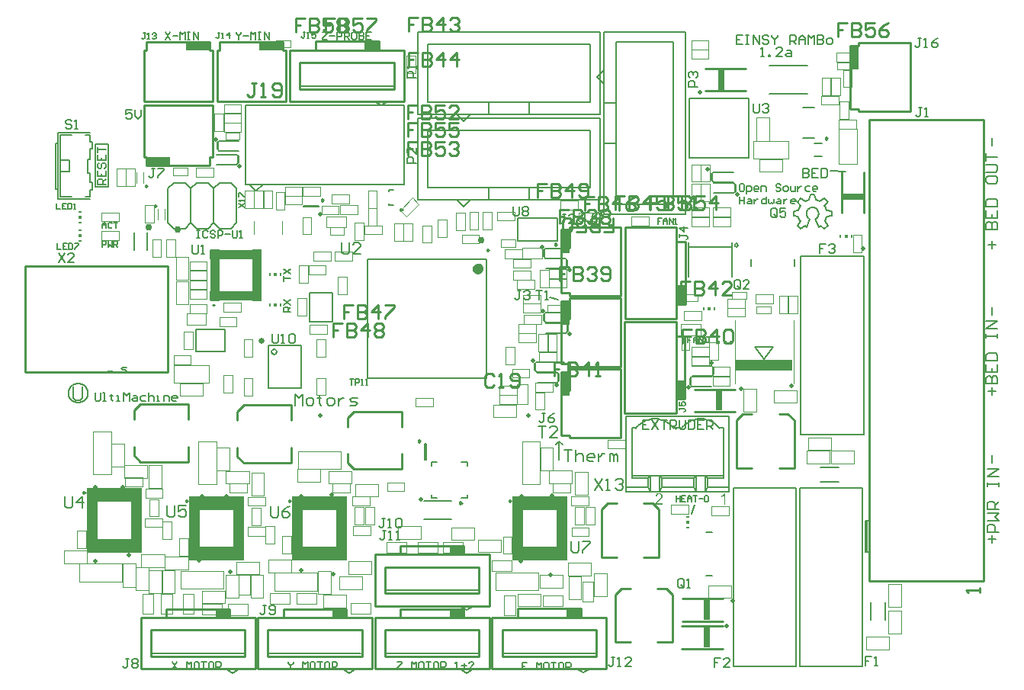
<source format=gto>
G04*
G04 #@! TF.GenerationSoftware,Altium Limited,Altium Designer,18.1.9 (240)*
G04*
G04 Layer_Color=65535*
%FSLAX25Y25*%
%MOIN*%
G70*
G01*
G75*
%ADD10C,0.00984*%
%ADD11C,0.00600*%
%ADD12C,0.00800*%
%ADD13C,0.01000*%
%ADD14C,0.02362*%
%ADD15C,0.00394*%
%ADD16C,0.00500*%
%ADD17C,0.02500*%
%ADD18C,0.03000*%
%ADD19C,0.02000*%
%ADD20C,0.01968*%
%ADD21C,0.00200*%
%ADD22C,0.00787*%
%ADD23C,0.00700*%
%ADD24C,0.00400*%
%ADD25C,0.00197*%
%ADD26R,0.02953X0.08790*%
%ADD27R,0.24505X0.04921*%
%ADD28R,0.00590X0.01200*%
%ADD29R,0.00600X0.01200*%
%ADD30R,0.01190X0.01200*%
%ADD31R,0.04921X0.28150*%
%ADD32R,0.24213X0.05945*%
%ADD33R,0.04961X0.28189*%
%ADD34R,0.22559X0.04291*%
%ADD35R,0.04331X0.22520*%
%ADD36R,0.22559X0.04409*%
%ADD37R,0.04370X0.22520*%
%ADD38R,0.01200X0.01190*%
%ADD39R,0.01200X0.00600*%
%ADD40R,0.01200X0.00590*%
%ADD41R,0.08790X0.02953*%
G36*
X11650Y46250D02*
X1345D01*
Y50000D01*
X11650D01*
Y46250D01*
D02*
G37*
G36*
X-20450D02*
X-30755D01*
Y50000D01*
X-20450D01*
Y46250D01*
D02*
G37*
G36*
X263325Y37820D02*
X259575D01*
Y48125D01*
X263325D01*
Y37820D01*
D02*
G37*
G36*
X-37645Y-4100D02*
X-47950D01*
Y-350D01*
X-37645D01*
Y-4100D01*
D02*
G37*
G36*
X136864Y-42615D02*
X133114D01*
Y-32310D01*
X136864D01*
Y-42615D01*
D02*
G37*
G36*
X187475Y-64875D02*
X183725D01*
Y-58015D01*
X187475D01*
Y-64875D01*
D02*
G37*
G36*
X136864Y-73717D02*
X133114D01*
Y-63412D01*
X136864D01*
Y-73717D01*
D02*
G37*
G36*
Y-104820D02*
X133114D01*
Y-94515D01*
X136864D01*
Y-104820D01*
D02*
G37*
G36*
X187375Y-106275D02*
X183625D01*
Y-99415D01*
X187375D01*
Y-106275D01*
D02*
G37*
G36*
X176168Y-147356D02*
X176218Y-147360D01*
X176279Y-147363D01*
X176347Y-147374D01*
X176426Y-147385D01*
X176508Y-147403D01*
X176598Y-147424D01*
X176688Y-147449D01*
X176784Y-147482D01*
X176877Y-147521D01*
X176970Y-147567D01*
X177060Y-147617D01*
X177146Y-147678D01*
X177228Y-147750D01*
X177232Y-147754D01*
X177246Y-147768D01*
X177267Y-147789D01*
X177293Y-147822D01*
X177325Y-147857D01*
X177360Y-147904D01*
X177400Y-147958D01*
X177439Y-148019D01*
X177475Y-148087D01*
X177515Y-148162D01*
X177550Y-148244D01*
X177583Y-148330D01*
X177608Y-148423D01*
X177629Y-148520D01*
X177643Y-148624D01*
X177647Y-148731D01*
Y-148734D01*
Y-148745D01*
Y-148759D01*
Y-148781D01*
X177643Y-148810D01*
X177640Y-148838D01*
X177636Y-148874D01*
X177633Y-148914D01*
X177618Y-149003D01*
X177597Y-149103D01*
X177565Y-149207D01*
X177525Y-149314D01*
Y-149318D01*
X177518Y-149329D01*
X177511Y-149343D01*
X177500Y-149364D01*
X177489Y-149390D01*
X177471Y-149422D01*
X177454Y-149458D01*
X177428Y-149497D01*
X177403Y-149540D01*
X177375Y-149586D01*
X177303Y-149690D01*
X177264Y-149744D01*
X177221Y-149801D01*
X177171Y-149859D01*
X177121Y-149919D01*
X177117Y-149923D01*
X177106Y-149934D01*
X177092Y-149952D01*
X177067Y-149977D01*
X177035Y-150009D01*
X176995Y-150048D01*
X176952Y-150095D01*
X176899Y-150149D01*
X176838Y-150206D01*
X176766Y-150270D01*
X176691Y-150342D01*
X176605Y-150421D01*
X176512Y-150503D01*
X176412Y-150593D01*
X176301Y-150689D01*
X176183Y-150789D01*
X176175Y-150793D01*
X176158Y-150811D01*
X176133Y-150832D01*
X176097Y-150865D01*
X176050Y-150900D01*
X176004Y-150943D01*
X175950Y-150990D01*
X175893Y-151040D01*
X175771Y-151144D01*
X175714Y-151198D01*
X175656Y-151248D01*
X175603Y-151298D01*
X175556Y-151341D01*
X175513Y-151380D01*
X175481Y-151416D01*
X175474Y-151423D01*
X175456Y-151444D01*
X175427Y-151477D01*
X175391Y-151516D01*
X175352Y-151566D01*
X175309Y-151620D01*
X175266Y-151681D01*
X175227Y-151742D01*
X177654D01*
Y-152325D01*
X174382D01*
Y-152322D01*
Y-152314D01*
Y-152304D01*
Y-152289D01*
Y-152268D01*
X174385Y-152246D01*
X174389Y-152189D01*
X174396Y-152128D01*
X174407Y-152057D01*
X174425Y-151981D01*
X174450Y-151906D01*
Y-151903D01*
X174457Y-151892D01*
X174464Y-151874D01*
X174475Y-151849D01*
X174486Y-151817D01*
X174504Y-151781D01*
X174525Y-151742D01*
X174547Y-151699D01*
X174572Y-151649D01*
X174604Y-151599D01*
X174672Y-151488D01*
X174754Y-151369D01*
X174851Y-151248D01*
X174855Y-151244D01*
X174865Y-151233D01*
X174880Y-151215D01*
X174901Y-151190D01*
X174930Y-151158D01*
X174966Y-151122D01*
X175005Y-151079D01*
X175055Y-151033D01*
X175109Y-150979D01*
X175166Y-150922D01*
X175230Y-150861D01*
X175302Y-150793D01*
X175381Y-150725D01*
X175463Y-150653D01*
X175553Y-150578D01*
X175646Y-150499D01*
X175649Y-150496D01*
X175656Y-150492D01*
X175667Y-150481D01*
X175681Y-150471D01*
X175699Y-150453D01*
X175721Y-150435D01*
X175775Y-150388D01*
X175843Y-150335D01*
X175914Y-150267D01*
X175996Y-150195D01*
X176083Y-150116D01*
X176175Y-150034D01*
X176265Y-149948D01*
X176358Y-149862D01*
X176444Y-149773D01*
X176530Y-149687D01*
X176605Y-149604D01*
X176677Y-149522D01*
X176734Y-149447D01*
X176738Y-149443D01*
X176745Y-149429D01*
X176759Y-149407D01*
X176781Y-149382D01*
X176802Y-149347D01*
X176823Y-149307D01*
X176852Y-149261D01*
X176877Y-149211D01*
X176902Y-149157D01*
X176931Y-149100D01*
X176978Y-148974D01*
X176995Y-148910D01*
X177010Y-148845D01*
X177017Y-148781D01*
X177020Y-148717D01*
Y-148713D01*
Y-148699D01*
Y-148681D01*
X177017Y-148656D01*
X177013Y-148624D01*
X177006Y-148588D01*
X176999Y-148548D01*
X176988Y-148505D01*
X176974Y-148459D01*
X176956Y-148409D01*
X176935Y-148359D01*
X176909Y-148308D01*
X176881Y-148255D01*
X176845Y-148205D01*
X176806Y-148154D01*
X176759Y-148108D01*
X176755Y-148104D01*
X176748Y-148097D01*
X176734Y-148087D01*
X176713Y-148069D01*
X176688Y-148051D01*
X176655Y-148029D01*
X176620Y-148004D01*
X176580Y-147983D01*
X176533Y-147958D01*
X176483Y-147936D01*
X176426Y-147915D01*
X176369Y-147897D01*
X176304Y-147879D01*
X176236Y-147868D01*
X176165Y-147861D01*
X176090Y-147857D01*
X176047D01*
X176018Y-147861D01*
X175979Y-147864D01*
X175936Y-147872D01*
X175889Y-147879D01*
X175835Y-147890D01*
X175782Y-147904D01*
X175724Y-147922D01*
X175667Y-147943D01*
X175606Y-147968D01*
X175549Y-148001D01*
X175492Y-148036D01*
X175435Y-148076D01*
X175384Y-148122D01*
X175381Y-148126D01*
X175374Y-148133D01*
X175359Y-148151D01*
X175345Y-148169D01*
X175323Y-148197D01*
X175302Y-148230D01*
X175277Y-148269D01*
X175256Y-148312D01*
X175230Y-148359D01*
X175205Y-148416D01*
X175184Y-148473D01*
X175162Y-148538D01*
X175148Y-148609D01*
X175134Y-148684D01*
X175127Y-148763D01*
X175123Y-148849D01*
X174496Y-148785D01*
Y-148781D01*
Y-148777D01*
X174500Y-148767D01*
Y-148752D01*
X174504Y-148717D01*
X174514Y-148670D01*
X174525Y-148613D01*
X174539Y-148545D01*
X174557Y-148469D01*
X174579Y-148391D01*
X174608Y-148305D01*
X174640Y-148219D01*
X174679Y-148129D01*
X174726Y-148040D01*
X174776Y-147954D01*
X174837Y-147872D01*
X174901Y-147793D01*
X174976Y-147721D01*
X174980Y-147718D01*
X174994Y-147707D01*
X175019Y-147686D01*
X175051Y-147664D01*
X175094Y-147635D01*
X175145Y-147603D01*
X175205Y-147571D01*
X175273Y-147535D01*
X175352Y-147503D01*
X175435Y-147471D01*
X175528Y-147439D01*
X175628Y-147410D01*
X175735Y-147385D01*
X175850Y-147367D01*
X175971Y-147356D01*
X176100Y-147353D01*
X176133D01*
X176168Y-147356D01*
D02*
G37*
G36*
X205101Y-152325D02*
X204492D01*
Y-148452D01*
X204488Y-148455D01*
X204481Y-148462D01*
X204470Y-148473D01*
X204453Y-148487D01*
X204431Y-148505D01*
X204402Y-148530D01*
X204370Y-148556D01*
X204338Y-148584D01*
X204295Y-148613D01*
X204252Y-148649D01*
X204206Y-148681D01*
X204155Y-148720D01*
X204098Y-148756D01*
X204041Y-148795D01*
X203912Y-148874D01*
X203908Y-148878D01*
X203898Y-148885D01*
X203876Y-148896D01*
X203851Y-148906D01*
X203822Y-148924D01*
X203787Y-148946D01*
X203744Y-148967D01*
X203701Y-148992D01*
X203601Y-149042D01*
X203493Y-149092D01*
X203382Y-149143D01*
X203275Y-149186D01*
Y-148598D01*
X203282Y-148595D01*
X203296Y-148588D01*
X203325Y-148573D01*
X203361Y-148556D01*
X203404Y-148534D01*
X203457Y-148505D01*
X203515Y-148473D01*
X203575Y-148437D01*
X203643Y-148394D01*
X203715Y-148351D01*
X203866Y-148251D01*
X204019Y-148140D01*
X204166Y-148019D01*
X204170Y-148015D01*
X204184Y-148004D01*
X204202Y-147986D01*
X204227Y-147961D01*
X204259Y-147929D01*
X204295Y-147893D01*
X204334Y-147850D01*
X204377Y-147807D01*
X204420Y-147757D01*
X204467Y-147703D01*
X204556Y-147592D01*
X204639Y-147474D01*
X204675Y-147413D01*
X204707Y-147353D01*
X205101D01*
Y-152325D01*
D02*
G37*
G54D10*
X131300Y-38700D02*
X130562Y-38274D01*
Y-39126D01*
X131300Y-38700D01*
X101525Y-41107D02*
X100787Y-40681D01*
Y-41533D01*
X101525Y-41107D01*
X111278Y-150812D02*
X110540Y-150386D01*
Y-151238D01*
X111278Y-150812D01*
X-18374Y-65217D02*
X-19161D01*
X-18374D01*
X249516Y7739D02*
X248778Y8166D01*
Y7313D01*
X249516Y7739D01*
X63779Y-23425D02*
X63041Y-22999D01*
Y-23851D01*
X63779Y-23425D01*
X71752Y-124606D02*
X71014Y-124180D01*
Y-125032D01*
X71752Y-124606D01*
X89842Y-151732D02*
X89104Y-151306D01*
Y-152158D01*
X89842Y-151732D01*
X29232Y-19291D02*
X28494Y-18865D01*
Y-19717D01*
X29232Y-19291D01*
X-74860Y-147212D02*
X-75598Y-146786D01*
Y-147638D01*
X-74860Y-147212D01*
X-30122Y-150812D02*
X-30860Y-150386D01*
Y-151238D01*
X-30122Y-150812D01*
X14878D02*
X14140Y-150386D01*
Y-151238D01*
X14878Y-150812D01*
G54D11*
X174175Y-114925D02*
X173203Y-114970D01*
X172239Y-115105D01*
X171291Y-115329D01*
X170369Y-115639D01*
X169479Y-116034D01*
X168630Y-116509D01*
X167828Y-117061D01*
X167080Y-117684D01*
X166394Y-118375D01*
X165775Y-119125D01*
X182575D02*
X181955Y-118375D01*
X181269Y-117684D01*
X180522Y-117061D01*
X179720Y-116509D01*
X178870Y-116034D01*
X177981Y-115639D01*
X177058Y-115329D01*
X176111Y-115105D01*
X175147Y-114970D01*
X174175Y-114925D01*
X194175D02*
X193202Y-114970D01*
X192239Y-115105D01*
X191291Y-115329D01*
X190369Y-115639D01*
X189479Y-116034D01*
X188630Y-116509D01*
X187828Y-117061D01*
X187081Y-117684D01*
X186394Y-118375D01*
X185775Y-119125D01*
X202575D02*
X201955Y-118375D01*
X201269Y-117684D01*
X200522Y-117061D01*
X199720Y-116509D01*
X198871Y-116034D01*
X197981Y-115639D01*
X197058Y-115329D01*
X196111Y-115105D01*
X195147Y-114970D01*
X194175Y-114925D01*
X9087Y-85521D02*
X8736Y-84673D01*
X7887Y-84321D01*
X7039Y-84673D01*
X6687Y-85521D01*
X7039Y-86370D01*
X7887Y-86721D01*
X8736Y-86370D01*
X9087Y-85521D01*
X114240Y-37318D02*
X131760D01*
X114240D02*
Y-27082D01*
X131760D01*
Y-37318D02*
Y-27082D01*
X119333Y18261D02*
Y23576D01*
X101617Y18261D02*
Y23576D01*
X70672Y18261D02*
Y54088D01*
X150278D01*
Y18261D02*
Y54088D01*
X70672Y18261D02*
X150278D01*
X161675Y-146925D02*
X172175D01*
X161675D02*
Y-144925D01*
Y-113925D01*
X164175Y-139925D02*
Y-118925D01*
X165875D01*
X164175Y-139925D02*
X172175D01*
X161675Y-144925D02*
X171175D01*
X164175Y-140925D02*
X171175D01*
Y-144925D02*
X172175Y-146925D01*
X171175Y-140925D02*
X172175Y-139925D01*
X164175Y-140925D02*
Y-139925D01*
X176175D02*
X177175Y-140925D01*
Y-144925D02*
Y-140925D01*
X176175Y-146925D02*
X177175Y-144925D01*
X171175Y-140925D02*
X172175Y-139925D01*
X171175Y-144925D02*
X172175Y-146925D01*
X171175Y-144925D02*
Y-140925D01*
X172175Y-146925D02*
Y-139925D01*
X176175Y-146925D02*
Y-139925D01*
X164175Y-118925D02*
X165675D01*
X191175Y-140925D02*
X192175Y-139925D01*
X196175D02*
X197175Y-140925D01*
X196175Y-146925D02*
X197175Y-144925D01*
X191175D02*
X192175Y-146925D01*
X191175Y-144925D02*
Y-140925D01*
X197175Y-144925D02*
Y-140925D01*
X196175Y-146925D02*
Y-139925D01*
X192175Y-146925D02*
Y-139925D01*
X197175Y-140925D02*
X204175D01*
X177175D02*
X191175D01*
X177175Y-144925D02*
X191175D01*
X197175D02*
X206675D01*
X172175Y-146925D02*
X176175D01*
X192175D01*
X196175D01*
X206675D01*
X172175Y-139925D02*
X176175D01*
X192175D01*
X196175D01*
X204175D01*
X202475Y-118925D02*
X204175D01*
X182675D02*
X185675D01*
X204175Y-140925D02*
Y-139925D01*
Y-118925D01*
X206675Y-144925D02*
Y-113925D01*
Y-146925D02*
Y-144925D01*
X161675Y-113925D02*
X206675D01*
X151830Y5487D02*
X157145D01*
X151830Y23204D02*
X157145D01*
X151830Y54149D02*
X187657D01*
Y-25458D02*
Y54149D01*
X151830Y-25458D02*
X187657D01*
X151830D02*
Y54149D01*
X-38672Y-29269D02*
X-36172Y-31769D01*
X-31172D02*
X-28672Y-29269D01*
X-26172Y-31769D01*
X-21172D02*
X-18673Y-29269D01*
X-38672D02*
Y-14269D01*
X-36172Y-11769D01*
X-31172D01*
X-28672Y-14269D01*
X-26172Y-11769D01*
X-21172D01*
X-18673Y-14269D01*
X-28672Y-29269D02*
Y-14269D01*
X-18673Y-29269D02*
Y-14269D01*
X-26172Y-31769D02*
X-21172D01*
X-36172D02*
X-31172D01*
X-18673Y-29269D02*
X-16172Y-31769D01*
X-11173D02*
X-8672Y-29269D01*
X-18673Y-14269D02*
X-16172Y-11769D01*
X-11173D01*
X-8672Y-14269D01*
Y-29269D02*
Y-14269D01*
X-16172Y-31769D02*
X-11173D01*
X-86752Y-18828D02*
X-72752D01*
X-86752D02*
Y-14328D01*
Y10172D02*
X-72752D01*
X-85752Y-1828D02*
Y9172D01*
X-87752Y5672D02*
X-86752D01*
X-87752Y672D02*
Y5672D01*
Y-14328D02*
X-86752D01*
Y10172D01*
X-87752Y-9328D02*
Y672D01*
Y-14328D02*
Y-9328D01*
X-85752Y-1828D02*
X-81752D01*
X-85752Y-6828D02*
Y-1828D01*
X-81752Y-6828D02*
Y-1828D01*
X-85752Y-6828D02*
X-81752D01*
X-85752Y-17828D02*
Y-6828D01*
X-72752Y6172D02*
Y9172D01*
Y6172D02*
X-71752D01*
Y3172D02*
Y6172D01*
X-72752Y3172D02*
X-71752D01*
X-72752Y-1328D02*
Y3172D01*
X-73752Y-1328D02*
X-72752D01*
X-73752Y-7328D02*
Y-1328D01*
Y-7328D02*
X-72752D01*
Y-11328D02*
Y-7328D01*
Y-11328D02*
X-71752D01*
Y-14828D02*
Y-11328D01*
X-72752Y-14828D02*
X-71752D01*
X-72752Y-17828D02*
Y-14828D01*
X-74752Y9172D02*
X-72752D01*
X-85752D02*
X-80752D01*
X-85752Y-17828D02*
X-80752D01*
X-74752D02*
X-72752D01*
X-47708Y-41300D02*
Y-33363D01*
X-53264Y-41300D02*
Y-33363D01*
X51695Y23742D02*
X54695Y22042D01*
X57695Y23742D01*
X19595Y30643D02*
X59774D01*
X70672Y-19239D02*
X150278D01*
Y16588D01*
X70672D02*
X150278D01*
X70672Y-19239D02*
Y16588D01*
X101617Y-19239D02*
Y-13924D01*
X119333Y-19239D02*
Y-13924D01*
X-45600Y-217400D02*
X-5421D01*
X-10500Y-226000D02*
X-7500Y-224300D01*
X-13500D02*
X-10500Y-226000D01*
X5581Y-217400D02*
X45760D01*
X40681Y-226000D02*
X43681Y-224300D01*
X37681D02*
X40681Y-226000D01*
X56762Y-189841D02*
X96941D01*
X91862Y-198441D02*
X94862Y-196741D01*
X88862D02*
X91862Y-198441D01*
X56762Y-217400D02*
X96941D01*
X91862Y-226000D02*
X94862Y-224300D01*
X88862D02*
X91862Y-226000D01*
X107983Y-217361D02*
X148161D01*
X143083Y-225961D02*
X146083Y-224261D01*
X140083D02*
X143083Y-225961D01*
X-25925Y-32626D02*
X-24859D01*
X-25392D01*
Y-35825D01*
X-25925D01*
X-24859D01*
X-21127Y-33159D02*
X-21660Y-32626D01*
X-22726D01*
X-23259Y-33159D01*
Y-35292D01*
X-22726Y-35825D01*
X-21660D01*
X-21127Y-35292D01*
X-17928Y-33159D02*
X-18461Y-32626D01*
X-19527D01*
X-20060Y-33159D01*
Y-33693D01*
X-19527Y-34226D01*
X-18461D01*
X-17928Y-34759D01*
Y-35292D01*
X-18461Y-35825D01*
X-19527D01*
X-20060Y-35292D01*
X-16861Y-35825D02*
Y-32626D01*
X-15262D01*
X-14729Y-33159D01*
Y-34226D01*
X-15262Y-34759D01*
X-16861D01*
X-13663Y-34226D02*
X-11530D01*
X-10464Y-32626D02*
Y-35292D01*
X-9930Y-35825D01*
X-8864D01*
X-8331Y-35292D01*
Y-32626D01*
X-7265Y-35825D02*
X-6198D01*
X-6731D01*
Y-32626D01*
X-7265Y-33159D01*
X28900Y54199D02*
X31033D01*
Y53666D01*
X28900Y51533D01*
Y51000D01*
X31033D01*
X32099Y52600D02*
X34232D01*
X35298Y51000D02*
Y54199D01*
X36897D01*
X37431Y53666D01*
Y52600D01*
X36897Y52066D01*
X35298D01*
X38497Y51000D02*
Y54199D01*
X40096D01*
X40630Y53666D01*
Y52600D01*
X40096Y52066D01*
X38497D01*
X39563D02*
X40630Y51000D01*
X43295Y54199D02*
X42229D01*
X41696Y53666D01*
Y51533D01*
X42229Y51000D01*
X43295D01*
X43828Y51533D01*
Y53666D01*
X43295Y54199D01*
X44895D02*
Y51000D01*
X46494D01*
X47028Y51533D01*
Y52066D01*
X46494Y52600D01*
X44895D01*
X46494D01*
X47028Y53133D01*
Y53666D01*
X46494Y54199D01*
X44895D01*
X50226D02*
X48094D01*
Y51000D01*
X50226D01*
X48094Y52600D02*
X49160D01*
X-8800Y54199D02*
Y53666D01*
X-7734Y52600D01*
X-6667Y53666D01*
Y54199D01*
X-7734Y52600D02*
Y51000D01*
X-5601Y52600D02*
X-3468D01*
X-2402Y51000D02*
Y54199D01*
X-1336Y53133D01*
X-269Y54199D01*
Y51000D01*
X797Y54199D02*
X1863D01*
X1330D01*
Y51000D01*
X797D01*
X1863D01*
X3463D02*
Y54199D01*
X5595Y51000D01*
Y54199D01*
X-39700D02*
X-37567Y51000D01*
Y54199D02*
X-39700Y51000D01*
X-36501Y52600D02*
X-34368D01*
X-33302Y51000D02*
Y54199D01*
X-32236Y53133D01*
X-31169Y54199D01*
Y51000D01*
X-30103Y54199D02*
X-29037D01*
X-29570D01*
Y51000D01*
X-30103D01*
X-29037D01*
X-27437D02*
Y54199D01*
X-25305Y51000D01*
Y54199D01*
X11901Y-54700D02*
Y-52567D01*
Y-53634D01*
X15100D01*
X11901Y-51501D02*
X15100Y-49368D01*
X11901D02*
X15100Y-51501D01*
X-80025Y-100927D02*
Y-105926D01*
X-79026Y-106925D01*
X-77026D01*
X-76026Y-105926D01*
Y-100927D01*
X-36800Y-221201D02*
X-34667Y-224400D01*
Y-221201D02*
X-36800Y-224400D01*
X-30402D02*
Y-221201D01*
X-29336Y-222267D01*
X-28269Y-221201D01*
Y-224400D01*
X-25604Y-221201D02*
X-26670D01*
X-27203Y-221734D01*
Y-223867D01*
X-26670Y-224400D01*
X-25604D01*
X-25070Y-223867D01*
Y-221734D01*
X-25604Y-221201D01*
X-24004D02*
X-21871D01*
X-22938D01*
Y-224400D01*
X-19206Y-221201D02*
X-20272D01*
X-20805Y-221734D01*
Y-223867D01*
X-20272Y-224400D01*
X-19206D01*
X-18673Y-223867D01*
Y-221734D01*
X-19206Y-221201D01*
X-17606Y-224400D02*
Y-221201D01*
X-16007D01*
X-15473Y-221734D01*
Y-222800D01*
X-16007Y-223334D01*
X-17606D01*
X-16540D02*
X-15473Y-224400D01*
X-59025Y-94525D02*
X-57426D01*
X-56893Y-93992D01*
X-57426Y-93459D01*
X-58492D01*
X-59025Y-92926D01*
X-58492Y-92393D01*
X-56893D01*
X61475Y-221226D02*
X63607D01*
Y-221759D01*
X61475Y-223892D01*
Y-224425D01*
X63607D01*
X67873D02*
Y-221226D01*
X68939Y-222293D01*
X70005Y-221226D01*
Y-224425D01*
X72671Y-221226D02*
X71605D01*
X71072Y-221759D01*
Y-223892D01*
X71605Y-224425D01*
X72671D01*
X73204Y-223892D01*
Y-221759D01*
X72671Y-221226D01*
X74271D02*
X76403D01*
X75337D01*
Y-224425D01*
X79069Y-221226D02*
X78003D01*
X77470Y-221759D01*
Y-223892D01*
X78003Y-224425D01*
X79069D01*
X79602Y-223892D01*
Y-221759D01*
X79069Y-221226D01*
X80669Y-224425D02*
Y-221226D01*
X82268D01*
X82801Y-221759D01*
Y-222826D01*
X82268Y-223359D01*
X80669D01*
X81735D02*
X82801Y-224425D01*
X87067D02*
X88133D01*
X87600D01*
Y-221226D01*
X87067Y-221759D01*
X89732Y-222826D02*
X91865D01*
X90799Y-221759D02*
Y-223892D01*
X95064Y-224425D02*
X92931D01*
X95064Y-222293D01*
Y-221759D01*
X94531Y-221226D01*
X93464D01*
X92931Y-221759D01*
X-65025Y-94026D02*
X-62893D01*
X13975Y-221226D02*
Y-221759D01*
X15041Y-222826D01*
X16107Y-221759D01*
Y-221226D01*
X15041Y-222826D02*
Y-224425D01*
X20373D02*
Y-221226D01*
X21439Y-222293D01*
X22505Y-221226D01*
Y-224425D01*
X25171Y-221226D02*
X24105D01*
X23572Y-221759D01*
Y-223892D01*
X24105Y-224425D01*
X25171D01*
X25704Y-223892D01*
Y-221759D01*
X25171Y-221226D01*
X26771D02*
X28903D01*
X27837D01*
Y-224425D01*
X31569Y-221226D02*
X30503D01*
X29970Y-221759D01*
Y-223892D01*
X30503Y-224425D01*
X31569D01*
X32102Y-223892D01*
Y-221759D01*
X31569Y-221226D01*
X33169Y-224425D02*
Y-221226D01*
X34768D01*
X35301Y-221759D01*
Y-222826D01*
X34768Y-223359D01*
X33169D01*
X34235D02*
X35301Y-224425D01*
X211275Y-17726D02*
Y-20925D01*
Y-19326D01*
X213407D01*
Y-17726D01*
Y-20925D01*
X215007Y-18793D02*
X216073D01*
X216606Y-19326D01*
Y-20925D01*
X215007D01*
X214474Y-20392D01*
X215007Y-19859D01*
X216606D01*
X217673Y-18793D02*
Y-20925D01*
Y-19859D01*
X218206Y-19326D01*
X218739Y-18793D01*
X219272D01*
X223004Y-17726D02*
Y-20925D01*
X221405D01*
X220872Y-20392D01*
Y-19326D01*
X221405Y-18793D01*
X223004D01*
X224071D02*
Y-20392D01*
X224604Y-20925D01*
X225137Y-20392D01*
X225670Y-20925D01*
X226203Y-20392D01*
Y-18793D01*
X227803D02*
X228869D01*
X229402Y-19326D01*
Y-20925D01*
X227803D01*
X227270Y-20392D01*
X227803Y-19859D01*
X229402D01*
X230469Y-18793D02*
Y-20925D01*
Y-19859D01*
X231002Y-19326D01*
X231535Y-18793D01*
X232068D01*
X235267Y-20925D02*
X234201D01*
X233668Y-20392D01*
Y-19326D01*
X234201Y-18793D01*
X235267D01*
X235800Y-19326D01*
Y-19859D01*
X233668D01*
X212774Y-12226D02*
X211708D01*
X211175Y-12759D01*
Y-14892D01*
X211708Y-15425D01*
X212774D01*
X213307Y-14892D01*
Y-12759D01*
X212774Y-12226D01*
X214374Y-16491D02*
Y-13293D01*
X215973D01*
X216506Y-13826D01*
Y-14892D01*
X215973Y-15425D01*
X214374D01*
X219172D02*
X218106D01*
X217573Y-14892D01*
Y-13826D01*
X218106Y-13293D01*
X219172D01*
X219705Y-13826D01*
Y-14359D01*
X217573D01*
X220772Y-15425D02*
Y-13293D01*
X222371D01*
X222904Y-13826D01*
Y-15425D01*
X229302Y-12759D02*
X228769Y-12226D01*
X227703D01*
X227170Y-12759D01*
Y-13293D01*
X227703Y-13826D01*
X228769D01*
X229302Y-14359D01*
Y-14892D01*
X228769Y-15425D01*
X227703D01*
X227170Y-14892D01*
X230902Y-15425D02*
X231968D01*
X232501Y-14892D01*
Y-13826D01*
X231968Y-13293D01*
X230902D01*
X230369Y-13826D01*
Y-14892D01*
X230902Y-15425D01*
X233568Y-13293D02*
Y-14892D01*
X234101Y-15425D01*
X235700D01*
Y-13293D01*
X236767D02*
Y-15425D01*
Y-14359D01*
X237300Y-13826D01*
X237833Y-13293D01*
X238366D01*
X242098D02*
X240499D01*
X239966Y-13826D01*
Y-14892D01*
X240499Y-15425D01*
X242098D01*
X244764D02*
X243698D01*
X243164Y-14892D01*
Y-13826D01*
X243698Y-13293D01*
X244764D01*
X245297Y-13826D01*
Y-14359D01*
X243164D01*
X118307Y-221426D02*
X116175D01*
Y-224625D01*
X118307D01*
X116175Y-223026D02*
X117241D01*
X122573Y-224625D02*
Y-221426D01*
X123639Y-222493D01*
X124705Y-221426D01*
Y-224625D01*
X127371Y-221426D02*
X126305D01*
X125772Y-221959D01*
Y-224092D01*
X126305Y-224625D01*
X127371D01*
X127904Y-224092D01*
Y-221959D01*
X127371Y-221426D01*
X128971D02*
X131103D01*
X130037D01*
Y-224625D01*
X133769Y-221426D02*
X132703D01*
X132170Y-221959D01*
Y-224092D01*
X132703Y-224625D01*
X133769D01*
X134302Y-224092D01*
Y-221959D01*
X133769Y-221426D01*
X135369Y-224625D02*
Y-221426D01*
X136968D01*
X137501Y-221959D01*
Y-223026D01*
X136968Y-223559D01*
X135369D01*
X136435D02*
X137501Y-224625D01*
X15100Y-68200D02*
X11901D01*
Y-66601D01*
X12434Y-66067D01*
X13500D01*
X14034Y-66601D01*
Y-68200D01*
Y-67134D02*
X15100Y-66067D01*
X11901Y-65001D02*
X15100Y-62868D01*
X11901D02*
X15100Y-65001D01*
X-65850Y-12400D02*
X-69349D01*
Y-10651D01*
X-68766Y-10067D01*
X-67600D01*
X-67017Y-10651D01*
Y-12400D01*
Y-11234D02*
X-65850Y-10067D01*
X-69349Y-6569D02*
Y-8901D01*
X-65850D01*
Y-6569D01*
X-67600Y-8901D02*
Y-7735D01*
X-68766Y-3070D02*
X-69349Y-3653D01*
Y-4819D01*
X-68766Y-5402D01*
X-68183D01*
X-67600Y-4819D01*
Y-3653D01*
X-67017Y-3070D01*
X-66434D01*
X-65850Y-3653D01*
Y-4819D01*
X-66434Y-5402D01*
X-69349Y429D02*
Y-1903D01*
X-65850D01*
Y429D01*
X-67600Y-1903D02*
Y-737D01*
X-69349Y1595D02*
Y3928D01*
Y2762D01*
X-65850D01*
X185101Y-34267D02*
Y-35434D01*
Y-34851D01*
X188017D01*
X188600Y-35434D01*
Y-36017D01*
X188017Y-36600D01*
X188600Y-31352D02*
X185101D01*
X186851Y-33101D01*
Y-30768D01*
G54D12*
X248475Y-28525D02*
X248961Y-27560D01*
X249275Y-26525D01*
X249375Y-23725D02*
X249003Y-22786D01*
X248475Y-21925D01*
X246375Y-19925D02*
X245506Y-19455D01*
X244575Y-19125D01*
X241675Y-19225D02*
X240798Y-19510D01*
X239975Y-19925D01*
X237875Y-21925D02*
X237401Y-22792D01*
X237075Y-23725D01*
Y-26725D02*
X237402Y-27657D01*
X237875Y-28525D01*
X244375Y-27625D02*
X245158Y-27049D01*
X245689Y-26235D01*
X245901Y-25287D01*
X245767Y-24324D01*
X245304Y-23470D01*
X244571Y-22831D01*
X243661Y-22491D01*
X242689D01*
X241779Y-22831D01*
X241046Y-23470D01*
X240583Y-24324D01*
X240449Y-25287D01*
X240661Y-26235D01*
X241192Y-27049D01*
X241975Y-27625D01*
X210580Y-39009D02*
X210036Y-38260D01*
X209155Y-38546D01*
Y-39472D01*
X210036Y-39758D01*
X210580Y-39009D01*
X-118Y-15276D02*
X2835Y-12323D01*
X-315Y-15079D02*
X-118Y-15276D01*
X-3071Y-12323D02*
X-315Y-15079D01*
X-4724Y-12323D02*
Y22323D01*
X64724D01*
Y-12323D02*
Y22323D01*
X-4724Y-12323D02*
X64724D01*
X90461Y15275D02*
X93448Y18261D01*
X87475D02*
X90461Y15275D01*
X148843Y34359D02*
X151830Y31372D01*
X148843Y34359D02*
X151830Y37346D01*
X244375Y-27625D02*
X245775Y-31025D01*
X246575Y-30625D01*
X248375Y-31825D01*
X249775Y-30425D01*
X248475Y-28625D02*
X249775Y-30425D01*
X249275Y-26625D02*
X251475Y-26225D01*
Y-24225D01*
X249275Y-23825D02*
X251475Y-24225D01*
X248375Y-21925D02*
X249775Y-20025D01*
X248375Y-18625D02*
X249775Y-20025D01*
X246375Y-19925D02*
X248375Y-18625D01*
X244075Y-16825D02*
X244575Y-19225D01*
X242175Y-16825D02*
X244075D01*
X241675Y-19225D02*
X242175Y-16825D01*
X237975Y-18625D02*
X239875Y-19925D01*
X236575Y-20025D02*
X237975Y-18625D01*
X236575Y-20025D02*
X237875Y-21925D01*
X234775Y-24225D02*
X237075Y-23825D01*
X234775Y-26225D02*
Y-24225D01*
Y-26225D02*
X236975Y-26625D01*
X236575Y-30425D02*
X237775Y-28625D01*
X236575Y-30425D02*
X237975Y-31825D01*
X239775Y-30625D01*
X240475Y-31025D01*
X241975Y-27625D01*
X5107Y-101521D02*
Y-82973D01*
X19587D01*
Y-101521D02*
Y-82973D01*
X5107Y-101521D02*
X19587D01*
X218008Y-83406D02*
X222008Y-88874D01*
X225945Y-83406D01*
X218008D02*
X225945D01*
X196479Y-183506D02*
X199333D01*
X196479Y-164558D02*
X199333D01*
X188875Y-52710D02*
Y-39698D01*
Y-37729D01*
X207824Y-39698D02*
Y-37729D01*
Y-52710D02*
Y-39698D01*
X188875D02*
X207824D01*
X266975Y-173025D02*
X267775D01*
X266975D02*
Y-159525D01*
X267775D01*
X266275Y-173025D02*
X266975D01*
X266275D02*
Y-159525D01*
X267775D01*
X250975Y-6525D02*
X257575Y-6925D01*
X87475Y-19239D02*
X90461Y-22225D01*
X93448Y-19239D01*
X132400Y-132700D02*
Y-124800D01*
X130900Y-126300D02*
X132400Y-124800D01*
X133900Y-126300D01*
X-64750Y-13600D02*
Y5100D01*
X-70550D02*
X-64750D01*
X-70550Y-13600D02*
Y5100D01*
Y-13600D02*
X-64750D01*
X190300Y-156500D02*
X191500Y-152400D01*
X128300Y-61700D02*
X131900Y-62900D01*
X216239Y-48125D02*
Y-45271D01*
X235188Y-48125D02*
Y-45271D01*
X147900Y-141102D02*
X151232Y-146100D01*
Y-141102D02*
X147900Y-146100D01*
X152898D02*
X154564D01*
X153731D01*
Y-141102D01*
X152898Y-141935D01*
X157064D02*
X157897Y-141102D01*
X159563D01*
X160396Y-141935D01*
Y-142768D01*
X159563Y-143601D01*
X158730D01*
X159563D01*
X160396Y-144434D01*
Y-145267D01*
X159563Y-146100D01*
X157897D01*
X157064Y-145267D01*
X37275Y-37827D02*
Y-41992D01*
X38108Y-42825D01*
X39774D01*
X40607Y-41992D01*
Y-37827D01*
X45605Y-42825D02*
X42273D01*
X45605Y-39493D01*
Y-38660D01*
X44772Y-37827D01*
X43106D01*
X42273Y-38660D01*
X137700Y-168402D02*
Y-172567D01*
X138533Y-173400D01*
X140199D01*
X141032Y-172567D01*
Y-168402D01*
X142698D02*
X146031D01*
Y-169235D01*
X142698Y-172567D01*
Y-173400D01*
X220575Y43375D02*
X221908D01*
X221241D01*
Y47374D01*
X220575Y46707D01*
X223907Y43375D02*
Y44041D01*
X224573D01*
Y43375D01*
X223907D01*
X229905D02*
X227239D01*
X229905Y46041D01*
Y46707D01*
X229239Y47374D01*
X227906D01*
X227239Y46707D01*
X231905Y46041D02*
X233237D01*
X233904Y45374D01*
Y43375D01*
X231905D01*
X231238Y44041D01*
X231905Y44708D01*
X233904D01*
X134700Y-128502D02*
X138032D01*
X136366D01*
Y-133500D01*
X139698Y-128502D02*
Y-133500D01*
Y-131001D01*
X140531Y-130168D01*
X142198D01*
X143031Y-131001D01*
Y-133500D01*
X147196D02*
X145530D01*
X144697Y-132667D01*
Y-131001D01*
X145530Y-130168D01*
X147196D01*
X148029Y-131001D01*
Y-131834D01*
X144697D01*
X149695Y-130168D02*
Y-133500D01*
Y-131834D01*
X150528Y-131001D01*
X151361Y-130168D01*
X152194D01*
X154693Y-133500D02*
Y-130168D01*
X155527D01*
X156360Y-131001D01*
Y-133500D01*
Y-131001D01*
X157193Y-130168D01*
X158026Y-131001D01*
Y-133500D01*
X16775Y-109125D02*
Y-104127D01*
X18441Y-105793D01*
X20107Y-104127D01*
Y-109125D01*
X22606D02*
X24272D01*
X25105Y-108292D01*
Y-106626D01*
X24272Y-105793D01*
X22606D01*
X21773Y-106626D01*
Y-108292D01*
X22606Y-109125D01*
X27605Y-104960D02*
Y-105793D01*
X26772D01*
X28438D01*
X27605D01*
Y-108292D01*
X28438Y-109125D01*
X31770D02*
X33436D01*
X34269Y-108292D01*
Y-106626D01*
X33436Y-105793D01*
X31770D01*
X30937Y-106626D01*
Y-108292D01*
X31770Y-109125D01*
X35935Y-105793D02*
Y-109125D01*
Y-107459D01*
X36768Y-106626D01*
X37601Y-105793D01*
X38434D01*
X40934Y-109125D02*
X43433D01*
X44266Y-108292D01*
X43433Y-107459D01*
X41767D01*
X40934Y-106626D01*
X41767Y-105793D01*
X44266D01*
X321576Y-169125D02*
Y-165793D01*
X319910Y-167459D02*
X323242D01*
X321576Y-134136D02*
Y-130804D01*
X123200Y-118002D02*
X126532D01*
X124866D01*
Y-123000D01*
X131531D02*
X128198D01*
X131531Y-119668D01*
Y-118835D01*
X130698Y-118002D01*
X129031D01*
X128198Y-118835D01*
X142100Y-24902D02*
X145432D01*
X143766D01*
Y-29900D01*
X147098Y-25735D02*
X147931Y-24902D01*
X149598D01*
X150431Y-25735D01*
Y-29067D01*
X149598Y-29900D01*
X147931D01*
X147098Y-29067D01*
Y-25735D01*
X212641Y52873D02*
X209975D01*
Y48875D01*
X212641D01*
X209975Y50874D02*
X211308D01*
X213973Y52873D02*
X215306D01*
X214640D01*
Y48875D01*
X213973D01*
X215306D01*
X217306D02*
Y52873D01*
X219972Y48875D01*
Y52873D01*
X223970Y52207D02*
X223304Y52873D01*
X221971D01*
X221304Y52207D01*
Y51541D01*
X221971Y50874D01*
X223304D01*
X223970Y50208D01*
Y49541D01*
X223304Y48875D01*
X221971D01*
X221304Y49541D01*
X225303Y52873D02*
Y52207D01*
X226636Y50874D01*
X227969Y52207D01*
Y52873D01*
X226636Y50874D02*
Y48875D01*
X233301D02*
Y52873D01*
X235300D01*
X235966Y52207D01*
Y50874D01*
X235300Y50208D01*
X233301D01*
X234633D02*
X235966Y48875D01*
X237299D02*
Y51541D01*
X238632Y52873D01*
X239965Y51541D01*
Y48875D01*
Y50874D01*
X237299D01*
X241298Y48875D02*
Y52873D01*
X242631Y51541D01*
X243964Y52873D01*
Y48875D01*
X245297Y52873D02*
Y48875D01*
X247296D01*
X247962Y49541D01*
Y50208D01*
X247296Y50874D01*
X245297D01*
X247296D01*
X247962Y51541D01*
Y52207D01*
X247296Y52873D01*
X245297D01*
X249962Y48875D02*
X251295D01*
X251961Y49541D01*
Y50874D01*
X251295Y51541D01*
X249962D01*
X249295Y50874D01*
Y49541D01*
X249962Y48875D01*
X324475Y-164425D02*
X319476D01*
Y-161926D01*
X320309Y-161093D01*
X321976D01*
X322809Y-161926D01*
Y-164425D01*
X319476Y-159427D02*
X324475D01*
X322809Y-157761D01*
X324475Y-156095D01*
X319476D01*
X324475Y-154428D02*
X319476D01*
Y-151929D01*
X320309Y-151096D01*
X321976D01*
X322809Y-151929D01*
Y-154428D01*
Y-152762D02*
X324475Y-151096D01*
X319476Y-144432D02*
Y-142766D01*
Y-143599D01*
X324475D01*
Y-144432D01*
Y-142766D01*
Y-140266D02*
X319476D01*
X324475Y-136934D01*
X319476D01*
X319076Y-99525D02*
X324075D01*
Y-97026D01*
X323242Y-96193D01*
X322409D01*
X321576Y-97026D01*
Y-99525D01*
Y-97026D01*
X320743Y-96193D01*
X319910D01*
X319076Y-97026D01*
Y-99525D01*
Y-91195D02*
Y-94527D01*
X324075D01*
Y-91195D01*
X321576Y-94527D02*
Y-92861D01*
X319076Y-89528D02*
X324075D01*
Y-87029D01*
X323242Y-86196D01*
X319910D01*
X319076Y-87029D01*
Y-89528D01*
Y-79532D02*
Y-77865D01*
Y-78699D01*
X324075D01*
Y-79532D01*
Y-77865D01*
Y-75366D02*
X319076D01*
X324075Y-72034D01*
X319076D01*
X321576Y-104625D02*
Y-101293D01*
X319910Y-102959D02*
X323242D01*
X321576Y-69636D02*
Y-66304D01*
Y-40625D02*
Y-37293D01*
X319910Y-38959D02*
X323242D01*
X321576Y4360D02*
Y7693D01*
X319076Y-32025D02*
X324075D01*
Y-29526D01*
X323242Y-28693D01*
X322409D01*
X321576Y-29526D01*
Y-32025D01*
Y-29526D01*
X320743Y-28693D01*
X319910D01*
X319076Y-29526D01*
Y-32025D01*
Y-23695D02*
Y-27027D01*
X324075D01*
Y-23695D01*
X321576Y-27027D02*
Y-25361D01*
X319076Y-22028D02*
X324075D01*
Y-19529D01*
X323242Y-18696D01*
X319910D01*
X319076Y-19529D01*
Y-22028D01*
Y-9533D02*
Y-11199D01*
X319910Y-12032D01*
X323242D01*
X324075Y-11199D01*
Y-9533D01*
X323242Y-8699D01*
X319910D01*
X319076Y-9533D01*
Y-7033D02*
X323242D01*
X324075Y-6200D01*
Y-4534D01*
X323242Y-3701D01*
X319076D01*
Y-2035D02*
Y1297D01*
Y-369D01*
X324075D01*
X6275Y-153127D02*
Y-157292D01*
X7108Y-158125D01*
X8774D01*
X9607Y-157292D01*
Y-153127D01*
X14605D02*
X12939Y-153960D01*
X11273Y-155626D01*
Y-157292D01*
X12106Y-158125D01*
X13772D01*
X14605Y-157292D01*
Y-156459D01*
X13772Y-155626D01*
X11273D01*
X-38925Y-152827D02*
Y-156992D01*
X-38092Y-157825D01*
X-36426D01*
X-35593Y-156992D01*
Y-152827D01*
X-30595D02*
X-33927D01*
Y-155326D01*
X-32261Y-154493D01*
X-31428D01*
X-30595Y-155326D01*
Y-156992D01*
X-31428Y-157825D01*
X-33094D01*
X-33927Y-156992D01*
X-83625Y-148927D02*
Y-153092D01*
X-82792Y-153925D01*
X-81126D01*
X-80293Y-153092D01*
Y-148927D01*
X-76128Y-153925D02*
Y-148927D01*
X-78627Y-151426D01*
X-75295D01*
X-44459Y-5327D02*
X-45792D01*
X-45126D01*
Y-8659D01*
X-45792Y-9325D01*
X-46459D01*
X-47125Y-8659D01*
X-43126Y-5327D02*
X-40461D01*
Y-5993D01*
X-43126Y-8659D01*
Y-9325D01*
G54D13*
X-47828Y-13169D02*
X-48488Y-12787D01*
Y-13550D01*
X-47828Y-13169D01*
X-43825Y-21869D02*
X-44485Y-21488D01*
Y-22251D01*
X-43825Y-21869D01*
X196217Y38275D02*
X213975D01*
X196217Y28354D02*
X213975D01*
X191575Y-111925D02*
X209333D01*
X191575Y-102004D02*
X209333D01*
X-38841Y-94557D02*
Y-48028D01*
X-100901Y-94557D02*
X-38841D01*
X-100901D02*
Y-48028D01*
X-38841D01*
X-29814Y-115220D02*
Y-108527D01*
Y-133724D02*
Y-127031D01*
X-53436Y-130968D02*
Y-127031D01*
Y-130968D02*
X-50680Y-133724D01*
Y-133724D02*
X-29814D01*
X-53436Y-115220D02*
Y-111283D01*
X-50680Y-108527D02*
X-29814D01*
X-53436Y-111283D02*
X-50680Y-108527D01*
X183625Y-78725D02*
Y-72525D01*
Y-78725D02*
X187375D01*
Y-106275D02*
Y-78725D01*
X183625Y-106275D02*
X187375D01*
X183625Y-112525D02*
Y-106275D01*
X161075Y-112525D02*
X183625D01*
X161075D02*
Y-72525D01*
X183625D01*
Y-106275D02*
Y-78725D01*
X-17100Y46250D02*
X-15900D01*
Y50000D01*
X11650D01*
Y46250D02*
Y50000D01*
Y46250D02*
X12900D01*
Y23700D02*
Y46250D01*
X-17100Y23700D02*
X12900D01*
X-17100D02*
Y46250D01*
X47695Y47142D02*
X53445D01*
X47695Y48043D02*
X53345D01*
X47695Y46265D02*
Y50042D01*
Y49042D02*
X53445D01*
Y46292D02*
Y50042D01*
X25895D02*
X53445D01*
X25822Y46265D02*
X53372D01*
X19095Y40751D02*
X60207D01*
X19095Y29243D02*
Y40751D01*
Y29243D02*
X60207D01*
Y40751D01*
X14695Y23742D02*
Y46292D01*
Y23742D02*
X64695D01*
Y46292D01*
X53445D02*
X64695D01*
X25895D02*
Y50042D01*
X14695Y46292D02*
X25895D01*
X267775Y-185775D02*
X317775D01*
Y15725D01*
X267775D02*
X317775D01*
X267775Y-185775D02*
Y15725D01*
X179217Y-189014D02*
X181973Y-191770D01*
X181973Y-212636D02*
Y-191770D01*
X175280Y-189014D02*
X179217D01*
X156776Y-212636D02*
Y-191770D01*
X156776D02*
X159532Y-189014D01*
X163469D01*
X156776Y-212636D02*
X163469D01*
X175280D02*
X181973D01*
X39928Y-114483D02*
X42684Y-111727D01*
Y-111727D02*
X63550D01*
X39928Y-118420D02*
Y-114483D01*
X42684Y-136924D02*
X63550D01*
X39928Y-134168D02*
X42684Y-136924D01*
X39928Y-134168D02*
Y-130231D01*
X63550Y-136924D02*
Y-130231D01*
Y-118420D02*
Y-111727D01*
X-8275Y-111658D02*
X-5519Y-108902D01*
Y-108902D02*
X15347D01*
X-8275Y-115594D02*
Y-111658D01*
X-5519Y-134098D02*
X15347D01*
X-8275Y-131342D02*
X-5519Y-134098D01*
X-8275Y-131342D02*
Y-127406D01*
X15347Y-134098D02*
Y-127406D01*
Y-115594D02*
Y-108902D01*
X173317Y-151814D02*
X176073Y-154570D01*
X176073Y-175436D02*
Y-154570D01*
X169380Y-151814D02*
X173317D01*
X150876Y-175436D02*
Y-154570D01*
X150876D02*
X153632Y-151814D01*
X157569D01*
X150876Y-175436D02*
X157569D01*
X169380D02*
X176073D01*
X232417Y-112814D02*
X235173Y-115570D01*
X235173Y-136436D02*
Y-115570D01*
X228480Y-112814D02*
X232417D01*
X209976Y-136436D02*
Y-115570D01*
X209976D02*
X212732Y-112814D01*
X216669D01*
X209976Y-136436D02*
X216669D01*
X228480D02*
X235173D01*
X183625Y-106275D02*
Y-98369D01*
X187375D01*
X186421Y-106269D02*
Y-98369D01*
X185500Y-106248D02*
Y-98369D01*
X184520Y-106275D02*
Y-98369D01*
X183725Y-64875D02*
Y-56968D01*
X187475D01*
X186521Y-64868D02*
Y-56968D01*
X185600Y-64848D02*
Y-56968D01*
X184620Y-64875D02*
Y-56968D01*
X136864Y-40217D02*
Y-32310D01*
X133114Y-40217D02*
X136864D01*
X134069D02*
Y-32317D01*
X134989Y-40217D02*
Y-32337D01*
X135968Y-40217D02*
Y-32310D01*
X136864Y-71319D02*
Y-63412D01*
X133114Y-71319D02*
X136864D01*
X134069D02*
Y-63419D01*
X134989Y-71319D02*
Y-63440D01*
X135968Y-71319D02*
Y-63412D01*
X136864Y-102421D02*
Y-94515D01*
X133114Y-102421D02*
X136864D01*
X134069D02*
Y-94521D01*
X134989Y-102421D02*
Y-94542D01*
X135968Y-102421D02*
Y-94515D01*
X186146Y-193536D02*
X203905D01*
X186146Y-203457D02*
X203905D01*
X265721Y-24758D02*
Y-7000D01*
X255800Y-24758D02*
Y-7000D01*
X186056Y-215442D02*
X203814D01*
X186056Y-205521D02*
X203814D01*
X-50500Y-201750D02*
X-39300D01*
Y-198000D01*
X-11750Y-201750D02*
X-500D01*
Y-224300D02*
Y-201750D01*
X-50500Y-224300D02*
X-500D01*
X-50500D02*
Y-201750D01*
X-4988Y-218800D02*
Y-207291D01*
X-46100Y-218800D02*
X-4988D01*
X-46100D02*
Y-207291D01*
X-4988D01*
X-39373Y-201778D02*
X-11823D01*
X-39300Y-198000D02*
X-11750D01*
Y-201750D02*
Y-198000D01*
X-17500Y-199000D02*
X-11750D01*
X-17500Y-201778D02*
Y-198000D01*
Y-200000D02*
X-11850D01*
X-17500Y-200900D02*
X-11750D01*
X681Y-201750D02*
X11881D01*
Y-198000D01*
X39431Y-201750D02*
X50681D01*
Y-224300D02*
Y-201750D01*
X681Y-224300D02*
X50681D01*
X681D02*
Y-201750D01*
X46193Y-218800D02*
Y-207291D01*
X5081Y-218800D02*
X46193D01*
X5081D02*
Y-207291D01*
X46193D01*
X11808Y-201778D02*
X39358D01*
X11881Y-198000D02*
X39431D01*
Y-201750D02*
Y-198000D01*
X33681Y-199000D02*
X39431D01*
X33681Y-201778D02*
Y-198000D01*
Y-200000D02*
X39331D01*
X33681Y-200900D02*
X39431D01*
X51862Y-174191D02*
X63062D01*
Y-170441D01*
X90612Y-174191D02*
X101862D01*
Y-196741D02*
Y-174191D01*
X51862Y-196741D02*
X101862D01*
X51862D02*
Y-174191D01*
X97374Y-191241D02*
Y-179732D01*
X56262Y-191241D02*
X97374D01*
X56262D02*
Y-179732D01*
X97374D01*
X62989Y-174218D02*
X90539D01*
X63062Y-170441D02*
X90612D01*
Y-174191D02*
Y-170441D01*
X84862Y-171441D02*
X90612D01*
X84862Y-174218D02*
Y-170441D01*
Y-172441D02*
X90512D01*
X84862Y-173341D02*
X90612D01*
X51862Y-201750D02*
X63062D01*
Y-198000D01*
X90612Y-201750D02*
X101862D01*
Y-224300D02*
Y-201750D01*
X51862Y-224300D02*
X101862D01*
X51862D02*
Y-201750D01*
X97374Y-218800D02*
Y-207291D01*
X56262Y-218800D02*
X97374D01*
X56262D02*
Y-207291D01*
X97374D01*
X62989Y-201778D02*
X90539D01*
X63062Y-198000D02*
X90612D01*
Y-201750D02*
Y-198000D01*
X84862Y-199000D02*
X90612D01*
X84862Y-201778D02*
Y-198000D01*
Y-200000D02*
X90512D01*
X84862Y-200900D02*
X90612D01*
X103083Y-201711D02*
X114283D01*
Y-197961D01*
X141833Y-201711D02*
X153083D01*
Y-224261D02*
Y-201711D01*
X103083Y-224261D02*
X153083D01*
X103083D02*
Y-201711D01*
X148594Y-218761D02*
Y-207252D01*
X107483Y-218761D02*
X148594D01*
X107483D02*
Y-207252D01*
X148594D01*
X114209Y-201738D02*
X141759D01*
X114283Y-197961D02*
X141833D01*
Y-201711D02*
Y-197961D01*
X136083Y-198961D02*
X141833D01*
X136083Y-201738D02*
Y-197961D01*
Y-199961D02*
X141733D01*
X136083Y-200861D02*
X141833D01*
X136864Y-61060D02*
X159414D01*
Y-31060D01*
X136864D02*
X159414D01*
X136864Y-32310D02*
Y-31060D01*
X133114Y-32310D02*
X136864D01*
X133114Y-59860D02*
Y-32310D01*
Y-59860D02*
X136864D01*
Y-61060D02*
Y-59860D01*
Y-92162D02*
X159414D01*
Y-62162D01*
X136864D02*
X159414D01*
X136864Y-63412D02*
Y-62162D01*
X133114Y-63412D02*
X136864D01*
X133114Y-90962D02*
Y-63412D01*
Y-90962D02*
X136864D01*
Y-92162D02*
Y-90962D01*
Y-123265D02*
X159414D01*
Y-93265D01*
X136864D02*
X159414D01*
X136864Y-94515D02*
Y-93265D01*
X133114Y-94515D02*
X136864D01*
X133114Y-122065D02*
Y-94515D01*
Y-122065D02*
X136864D01*
Y-123265D02*
Y-122065D01*
X-19200Y-350D02*
Y22200D01*
X-49200D02*
X-19200D01*
X-49200Y-350D02*
Y22200D01*
Y-350D02*
X-47950D01*
Y-4100D02*
Y-350D01*
Y-4100D02*
X-20400D01*
Y-350D01*
X-19200D01*
X-49200Y23700D02*
Y46250D01*
Y23700D02*
X-19200D01*
Y46250D01*
X-20450D02*
X-19200D01*
X-20450D02*
Y50000D01*
X-48000D02*
X-20450D01*
X-48000Y46250D02*
Y50000D01*
X-49200Y46250D02*
X-48000D01*
X263325Y19375D02*
X285875D01*
Y49375D01*
X263325D02*
X285875D01*
X263325Y48125D02*
Y49375D01*
X259575Y48125D02*
X263325D01*
X259575Y20575D02*
Y48125D01*
Y20575D02*
X263325D01*
Y19375D02*
Y20575D01*
X183725Y-64875D02*
Y-37325D01*
X161175Y-31125D02*
X183725D01*
X161175Y-71125D02*
Y-31125D01*
Y-71125D02*
X183725D01*
Y-64875D01*
X187475D01*
Y-37325D01*
X183725D02*
X187475D01*
X183725D02*
Y-31125D01*
X-167Y31692D02*
X-2166D01*
X-1167D01*
Y26694D01*
X-2166Y25694D01*
X-3166D01*
X-4166Y26694D01*
X1832Y25694D02*
X3832D01*
X2832D01*
Y31692D01*
X1832Y30692D01*
X6831Y26694D02*
X7830Y25694D01*
X9830D01*
X10829Y26694D01*
Y30692D01*
X9830Y31692D01*
X7830D01*
X6831Y30692D01*
Y29693D01*
X7830Y28693D01*
X10829D01*
X316275Y-190925D02*
Y-188926D01*
Y-189926D01*
X310277D01*
X311276Y-190925D01*
X21129Y60067D02*
X17130D01*
Y57068D01*
X19129D01*
X17130D01*
Y54069D01*
X23128Y60067D02*
Y54069D01*
X26127D01*
X27127Y55068D01*
Y56068D01*
X26127Y57068D01*
X23128D01*
X26127D01*
X27127Y58068D01*
Y59067D01*
X26127Y60067D01*
X23128D01*
X33125D02*
X29126D01*
Y57068D01*
X31126Y58068D01*
X32125D01*
X33125Y57068D01*
Y55068D01*
X32125Y54069D01*
X30126D01*
X29126Y55068D01*
X35124Y59067D02*
X36124Y60067D01*
X38123D01*
X39123Y59067D01*
Y58068D01*
X38123Y57068D01*
X39123Y56068D01*
Y55068D01*
X38123Y54069D01*
X36124D01*
X35124Y55068D01*
Y56068D01*
X36124Y57068D01*
X35124Y58068D01*
Y59067D01*
X36124Y57068D02*
X38123D01*
X103996Y-96007D02*
X102996Y-95007D01*
X100996D01*
X99997Y-96007D01*
Y-100006D01*
X100996Y-101005D01*
X102996D01*
X103996Y-100006D01*
X105995Y-101005D02*
X107994D01*
X106995D01*
Y-95007D01*
X105995Y-96007D01*
X110993Y-100006D02*
X111993Y-101005D01*
X113992D01*
X114992Y-100006D01*
Y-96007D01*
X113992Y-95007D01*
X111993D01*
X110993Y-96007D01*
Y-97007D01*
X111993Y-98006D01*
X114992D01*
X151828Y-33128D02*
X155826D01*
Y-30129D01*
X153827D01*
X155826D01*
Y-27130D01*
X149828Y-33128D02*
Y-27130D01*
X146829D01*
X145830Y-28129D01*
Y-29129D01*
X146829Y-30129D01*
X149828D01*
X146829D01*
X145830Y-31128D01*
Y-32128D01*
X146829Y-33128D01*
X149828D01*
X139832D02*
X143830D01*
Y-30129D01*
X141831Y-31128D01*
X140831D01*
X139832Y-30129D01*
Y-28129D01*
X140831Y-27130D01*
X142831D01*
X143830Y-28129D01*
X137832Y-32128D02*
X136833Y-33128D01*
X134833D01*
X133834Y-32128D01*
Y-28129D01*
X134833Y-27130D01*
X136833D01*
X137832Y-28129D01*
Y-32128D01*
X147725Y-17722D02*
X143726D01*
Y-20721D01*
X145725D01*
X143726D01*
Y-23720D01*
X149724Y-17722D02*
Y-23720D01*
X152723D01*
X153723Y-22720D01*
Y-21720D01*
X152723Y-20721D01*
X149724D01*
X152723D01*
X153723Y-19721D01*
Y-18721D01*
X152723Y-17722D01*
X149724D01*
X158721Y-23720D02*
Y-17722D01*
X155722Y-20721D01*
X159721D01*
X165719Y-17722D02*
X163719Y-18721D01*
X161720Y-20721D01*
Y-22720D01*
X162720Y-23720D01*
X164719D01*
X165719Y-22720D01*
Y-21720D01*
X164719Y-20721D01*
X161720D01*
X136548Y-23553D02*
X132550D01*
Y-26552D01*
X134549D01*
X132550D01*
Y-29551D01*
X138548Y-23553D02*
Y-29551D01*
X141547D01*
X142546Y-28552D01*
Y-27552D01*
X141547Y-26552D01*
X138548D01*
X141547D01*
X142546Y-25552D01*
Y-24553D01*
X141547Y-23553D01*
X138548D01*
X144546Y-24553D02*
X145545Y-23553D01*
X147545D01*
X148544Y-24553D01*
Y-25552D01*
X147545Y-26552D01*
X146545D01*
X147545D01*
X148544Y-27552D01*
Y-28552D01*
X147545Y-29551D01*
X145545D01*
X144546Y-28552D01*
X150544Y-24553D02*
X151543Y-23553D01*
X153543D01*
X154543Y-24553D01*
Y-25552D01*
X153543Y-26552D01*
X154543Y-27552D01*
Y-28552D01*
X153543Y-29551D01*
X151543D01*
X150544Y-28552D01*
Y-27552D01*
X151543Y-26552D01*
X150544Y-25552D01*
Y-24553D01*
X151543Y-26552D02*
X153543D01*
X136591Y-48503D02*
X132592D01*
Y-51502D01*
X134591D01*
X132592D01*
Y-54501D01*
X138590Y-48503D02*
Y-54501D01*
X141589D01*
X142589Y-53501D01*
Y-52501D01*
X141589Y-51502D01*
X138590D01*
X141589D01*
X142589Y-50502D01*
Y-49502D01*
X141589Y-48503D01*
X138590D01*
X144588Y-49502D02*
X145588Y-48503D01*
X147587D01*
X148587Y-49502D01*
Y-50502D01*
X147587Y-51502D01*
X146587D01*
X147587D01*
X148587Y-52501D01*
Y-53501D01*
X147587Y-54501D01*
X145588D01*
X144588Y-53501D01*
X150586D02*
X151586Y-54501D01*
X153585D01*
X154585Y-53501D01*
Y-49502D01*
X153585Y-48503D01*
X151586D01*
X150586Y-49502D01*
Y-50502D01*
X151586Y-51502D01*
X154585D01*
X190354Y-75827D02*
X186355D01*
Y-78826D01*
X188355D01*
X186355D01*
Y-81825D01*
X192353Y-75827D02*
Y-81825D01*
X195352D01*
X196352Y-80826D01*
Y-79826D01*
X195352Y-78826D01*
X192353D01*
X195352D01*
X196352Y-77826D01*
Y-76827D01*
X195352Y-75827D01*
X192353D01*
X201350Y-81825D02*
Y-75827D01*
X198351Y-78826D01*
X202350D01*
X204349Y-76827D02*
X205349Y-75827D01*
X207348D01*
X208348Y-76827D01*
Y-80826D01*
X207348Y-81825D01*
X205349D01*
X204349Y-80826D01*
Y-76827D01*
X134270Y-90145D02*
X130272D01*
Y-93144D01*
X132271D01*
X130272D01*
Y-96143D01*
X136270Y-90145D02*
Y-96143D01*
X139269D01*
X140268Y-95144D01*
Y-94144D01*
X139269Y-93144D01*
X136270D01*
X139269D01*
X140268Y-92145D01*
Y-91145D01*
X139269Y-90145D01*
X136270D01*
X145267Y-96143D02*
Y-90145D01*
X142268Y-93144D01*
X146266D01*
X148266Y-96143D02*
X150265D01*
X149266D01*
Y-90145D01*
X148266Y-91145D01*
X189688Y-54750D02*
X185689D01*
Y-57749D01*
X187688D01*
X185689D01*
Y-60748D01*
X191687Y-54750D02*
Y-60748D01*
X194686D01*
X195686Y-59748D01*
Y-58749D01*
X194686Y-57749D01*
X191687D01*
X194686D01*
X195686Y-56749D01*
Y-55749D01*
X194686Y-54750D01*
X191687D01*
X200684Y-60748D02*
Y-54750D01*
X197685Y-57749D01*
X201684D01*
X207682Y-60748D02*
X203683D01*
X207682Y-56749D01*
Y-55749D01*
X206682Y-54750D01*
X204683D01*
X203683Y-55749D01*
X34184Y60067D02*
X30185D01*
Y57068D01*
X32185D01*
X30185D01*
Y54069D01*
X36183Y60067D02*
Y54069D01*
X39182D01*
X40182Y55068D01*
Y56068D01*
X39182Y57068D01*
X36183D01*
X39182D01*
X40182Y58068D01*
Y59067D01*
X39182Y60067D01*
X36183D01*
X46180D02*
X42182D01*
Y57068D01*
X44181Y58068D01*
X45180D01*
X46180Y57068D01*
Y55068D01*
X45180Y54069D01*
X43181D01*
X42182Y55068D01*
X48180Y60067D02*
X52178D01*
Y59067D01*
X48180Y55068D01*
Y54069D01*
X70526Y45013D02*
X66527D01*
Y42014D01*
X68527D01*
X66527D01*
Y39015D01*
X72525Y45013D02*
Y39015D01*
X75524D01*
X76524Y40015D01*
Y41015D01*
X75524Y42014D01*
X72525D01*
X75524D01*
X76524Y43014D01*
Y44014D01*
X75524Y45013D01*
X72525D01*
X81522Y39015D02*
Y45013D01*
X78523Y42014D01*
X82522D01*
X87520Y39015D02*
Y45013D01*
X84521Y42014D01*
X88520D01*
X70567Y60596D02*
X66568D01*
Y57597D01*
X68568D01*
X66568D01*
Y54598D01*
X72567Y60596D02*
Y54598D01*
X75566D01*
X76565Y55597D01*
Y56597D01*
X75566Y57597D01*
X72567D01*
X75566D01*
X76565Y58596D01*
Y59596D01*
X75566Y60596D01*
X72567D01*
X81564Y54598D02*
Y60596D01*
X78565Y57597D01*
X82563D01*
X84563Y59596D02*
X85562Y60596D01*
X87562D01*
X88561Y59596D01*
Y58596D01*
X87562Y57597D01*
X86562D01*
X87562D01*
X88561Y56597D01*
Y55597D01*
X87562Y54598D01*
X85562D01*
X84563Y55597D01*
X161055Y-17448D02*
X157056D01*
Y-20447D01*
X159056D01*
X157056D01*
Y-23446D01*
X163054Y-17448D02*
Y-23446D01*
X166053D01*
X167053Y-22446D01*
Y-21447D01*
X166053Y-20447D01*
X163054D01*
X166053D01*
X167053Y-19447D01*
Y-18448D01*
X166053Y-17448D01*
X163054D01*
X172051Y-23446D02*
Y-17448D01*
X169052Y-20447D01*
X173051D01*
X179049Y-17448D02*
X175050D01*
Y-20447D01*
X177050Y-19447D01*
X178049D01*
X179049Y-20447D01*
Y-22446D01*
X178049Y-23446D01*
X176050D01*
X175050Y-22446D01*
X42316Y-65251D02*
X38317D01*
Y-68251D01*
X40316D01*
X38317D01*
Y-71250D01*
X44315Y-65251D02*
Y-71250D01*
X47314D01*
X48314Y-70250D01*
Y-69250D01*
X47314Y-68251D01*
X44315D01*
X47314D01*
X48314Y-67251D01*
Y-66251D01*
X47314Y-65251D01*
X44315D01*
X53312Y-71250D02*
Y-65251D01*
X50313Y-68251D01*
X54312D01*
X56311Y-65251D02*
X60310D01*
Y-66251D01*
X56311Y-70250D01*
Y-71250D01*
X37473Y-73088D02*
X33475D01*
Y-76087D01*
X35474D01*
X33475D01*
Y-79086D01*
X39473Y-73088D02*
Y-79086D01*
X42472D01*
X43472Y-78086D01*
Y-77087D01*
X42472Y-76087D01*
X39473D01*
X42472D01*
X43472Y-75087D01*
Y-74088D01*
X42472Y-73088D01*
X39473D01*
X48470Y-79086D02*
Y-73088D01*
X45471Y-76087D01*
X49470D01*
X51469Y-74088D02*
X52469Y-73088D01*
X54468D01*
X55468Y-74088D01*
Y-75087D01*
X54468Y-76087D01*
X55468Y-77087D01*
Y-78086D01*
X54468Y-79086D01*
X52469D01*
X51469Y-78086D01*
Y-77087D01*
X52469Y-76087D01*
X51469Y-75087D01*
Y-74088D01*
X52469Y-76087D02*
X54468D01*
X176380Y-17460D02*
X172381D01*
Y-20459D01*
X174381D01*
X172381D01*
Y-23458D01*
X178379Y-17460D02*
Y-23458D01*
X181378D01*
X182378Y-22459D01*
Y-21459D01*
X181378Y-20459D01*
X178379D01*
X181378D01*
X182378Y-19460D01*
Y-18460D01*
X181378Y-17460D01*
X178379D01*
X188376D02*
X184377D01*
Y-20459D01*
X186377Y-19460D01*
X187376D01*
X188376Y-20459D01*
Y-22459D01*
X187376Y-23458D01*
X185377D01*
X184377Y-22459D01*
X190375Y-23458D02*
X192375D01*
X191375D01*
Y-17460D01*
X190375Y-18460D01*
X126964Y-12285D02*
X122965D01*
Y-15284D01*
X124965D01*
X122965D01*
Y-18283D01*
X128963Y-12285D02*
Y-18283D01*
X131962D01*
X132962Y-17283D01*
Y-16283D01*
X131962Y-15284D01*
X128963D01*
X131962D01*
X132962Y-14284D01*
Y-13284D01*
X131962Y-12285D01*
X128963D01*
X137961Y-18283D02*
Y-12285D01*
X134961Y-15284D01*
X138960D01*
X140960Y-17283D02*
X141959Y-18283D01*
X143959D01*
X144958Y-17283D01*
Y-13284D01*
X143959Y-12285D01*
X141959D01*
X140960Y-13284D01*
Y-14284D01*
X141959Y-15284D01*
X144958D01*
X70373Y22073D02*
X66375D01*
Y19074D01*
X68374D01*
X66375D01*
Y16075D01*
X72373Y22073D02*
Y16075D01*
X75372D01*
X76372Y17075D01*
Y18074D01*
X75372Y19074D01*
X72373D01*
X75372D01*
X76372Y20074D01*
Y21073D01*
X75372Y22073D01*
X72373D01*
X82370D02*
X78371D01*
Y19074D01*
X80370Y20074D01*
X81370D01*
X82370Y19074D01*
Y17075D01*
X81370Y16075D01*
X79371D01*
X78371Y17075D01*
X88368Y16075D02*
X84369D01*
X88368Y20074D01*
Y21073D01*
X87368Y22073D01*
X85369D01*
X84369Y21073D01*
X184011Y-17453D02*
X180012D01*
Y-20452D01*
X182011D01*
X180012D01*
Y-23451D01*
X186010Y-17453D02*
Y-23451D01*
X189009D01*
X190009Y-22452D01*
Y-21452D01*
X189009Y-20452D01*
X186010D01*
X189009D01*
X190009Y-19453D01*
Y-18453D01*
X189009Y-17453D01*
X186010D01*
X196007D02*
X192008D01*
Y-20452D01*
X194007Y-19453D01*
X195007D01*
X196007Y-20452D01*
Y-22452D01*
X195007Y-23451D01*
X193008D01*
X192008Y-22452D01*
X201005Y-23451D02*
Y-17453D01*
X198006Y-20452D01*
X202005D01*
X70395Y6334D02*
X66396D01*
Y3334D01*
X68395D01*
X66396D01*
Y335D01*
X72394Y6334D02*
Y335D01*
X75393D01*
X76393Y1335D01*
Y2335D01*
X75393Y3334D01*
X72394D01*
X75393D01*
X76393Y4334D01*
Y5334D01*
X75393Y6334D01*
X72394D01*
X82391D02*
X78392D01*
Y3334D01*
X80392Y4334D01*
X81391D01*
X82391Y3334D01*
Y1335D01*
X81391Y335D01*
X79392D01*
X78392Y1335D01*
X84390Y5334D02*
X85390Y6334D01*
X87389D01*
X88389Y5334D01*
Y4334D01*
X87389Y3334D01*
X86390D01*
X87389D01*
X88389Y2335D01*
Y1335D01*
X87389Y335D01*
X85390D01*
X84390Y1335D01*
X70407Y14386D02*
X66409D01*
Y11386D01*
X68408D01*
X66409D01*
Y8387D01*
X72407Y14386D02*
Y8387D01*
X75406D01*
X76405Y9387D01*
Y10387D01*
X75406Y11386D01*
X72407D01*
X75406D01*
X76405Y12386D01*
Y13386D01*
X75406Y14386D01*
X72407D01*
X82403D02*
X78405D01*
Y11386D01*
X80404Y12386D01*
X81404D01*
X82403Y11386D01*
Y9387D01*
X81404Y8387D01*
X79404D01*
X78405Y9387D01*
X88402Y14386D02*
X84403D01*
Y11386D01*
X86402Y12386D01*
X87402D01*
X88402Y11386D01*
Y9387D01*
X87402Y8387D01*
X85403D01*
X84403Y9387D01*
X258339Y58277D02*
X254340D01*
Y55278D01*
X256340D01*
X254340D01*
Y52279D01*
X260338Y58277D02*
Y52279D01*
X263337D01*
X264337Y53278D01*
Y54278D01*
X263337Y55278D01*
X260338D01*
X263337D01*
X264337Y56277D01*
Y57277D01*
X263337Y58277D01*
X260338D01*
X270335D02*
X266336D01*
Y55278D01*
X268336Y56277D01*
X269335D01*
X270335Y55278D01*
Y53278D01*
X269335Y52279D01*
X267336D01*
X266336Y53278D01*
X276333Y58277D02*
X274334Y57277D01*
X272334Y55278D01*
Y53278D01*
X273334Y52279D01*
X275333D01*
X276333Y53278D01*
Y54278D01*
X275333Y55278D01*
X272334D01*
G54D14*
X97982Y-49178D02*
X97537Y-48254D01*
X96538Y-48026D01*
X95737Y-48665D01*
Y-49690D01*
X96538Y-50330D01*
X97537Y-50101D01*
X97982Y-49178D01*
G54D15*
X71339Y-151594D02*
D03*
G54D16*
X-73725Y-103725D02*
X-73847Y-102720D01*
X-74206Y-101773D01*
X-74781Y-100940D01*
X-75539Y-100269D01*
X-76436Y-99798D01*
X-77419Y-99556D01*
X-78431D01*
X-79414Y-99798D01*
X-80311Y-100269D01*
X-81069Y-100940D01*
X-81644Y-101773D01*
X-82003Y-102720D01*
X-82125Y-103725D01*
X-82003Y-104730D01*
X-81644Y-105677D01*
X-81069Y-106510D01*
X-80311Y-107182D01*
X-79414Y-107652D01*
X-78431Y-107895D01*
X-77419D01*
X-76436Y-107652D01*
X-75539Y-107182D01*
X-74781Y-106510D01*
X-74206Y-105677D01*
X-73847Y-104730D01*
X-73725Y-103725D01*
X208520Y-223186D02*
Y-145186D01*
Y-223186D02*
X236020D01*
Y-145186D01*
X208520D02*
X236020D01*
X-13825Y-85646D02*
Y-75725D01*
X-26424Y-85646D02*
X-13825D01*
X-26424D02*
Y-75725D01*
X-13825D01*
X-18925Y-62225D02*
Y-61044D01*
Y-43406D02*
Y-42225D01*
X-106Y-62225D02*
X1075D01*
X-18925D02*
X-17744D01*
X1075D02*
Y-61044D01*
Y-43406D02*
Y-42225D01*
X-106D02*
X1075D01*
X-18925D02*
X-17744D01*
X-16032Y6565D02*
X-7568D01*
X-16032Y2235D02*
X-7568D01*
X-16229Y6565D02*
X-16032D01*
X-16721Y6073D02*
X-16229Y6565D01*
X-16229Y2235D02*
X-16032D01*
X-16721Y2727D02*
X-16229Y2235D01*
X-16721Y2727D02*
Y6073D01*
X-17115Y5680D02*
X-16721Y6073D01*
X-17115Y3121D02*
Y5680D01*
Y3121D02*
X-16721Y2727D01*
X73425Y-158661D02*
X85236D01*
X73425Y-150787D02*
X85236D01*
X265525Y-121925D02*
Y-43925D01*
X238025D02*
X265525D01*
X238025Y-121925D02*
Y-43925D01*
Y-121925D02*
X265525D01*
X126742Y-68460D02*
X135207D01*
X126742Y-72790D02*
X135207D01*
X126546Y-68460D02*
X126742D01*
X126054Y-68952D02*
X126546Y-68460D01*
X126546Y-72790D02*
X126742D01*
X126054Y-72298D02*
X126546Y-72790D01*
X126054Y-72298D02*
Y-68952D01*
X125660Y-69346D02*
X126054Y-68952D01*
X125660Y-71905D02*
Y-69346D01*
Y-71905D02*
X126054Y-72298D01*
X125460Y-43805D02*
X125854Y-44198D01*
X125460Y-43805D02*
Y-41246D01*
X125854Y-40852D01*
Y-44198D02*
Y-40852D01*
Y-44198D02*
X126346Y-44691D01*
X126542D01*
X125854Y-40852D02*
X126346Y-40360D01*
X126542D01*
Y-44691D02*
X135007D01*
X126542Y-40360D02*
X135007D01*
X126542Y-49291D02*
X135007D01*
X126542Y-44960D02*
X135007D01*
Y-49291D02*
X135204D01*
X135696Y-48798D01*
X135007Y-44960D02*
X135204D01*
X135696Y-45452D01*
Y-48798D02*
Y-45452D01*
Y-48798D02*
X136090Y-48405D01*
Y-45846D01*
X135696Y-45452D02*
X136090Y-45846D01*
X135896Y-73552D02*
X136290Y-73946D01*
Y-76505D02*
Y-73946D01*
X135896Y-76898D02*
X136290Y-76505D01*
X135896Y-76898D02*
Y-73552D01*
X135404Y-73060D02*
X135896Y-73552D01*
X135207Y-73060D02*
X135404D01*
X135404Y-77390D02*
X135896Y-76898D01*
X135207Y-77390D02*
X135404D01*
X126742Y-73060D02*
X135207D01*
X126742Y-77390D02*
X135207D01*
X122796Y-98990D02*
X131261D01*
X122796Y-94660D02*
X131261D01*
Y-98990D02*
X131457D01*
X131950Y-98498D01*
X131261Y-94660D02*
X131457D01*
X131950Y-95152D01*
Y-98498D02*
Y-95152D01*
Y-98498D02*
X132343Y-98105D01*
Y-95546D01*
X131950Y-95152D02*
X132343Y-95546D01*
X121660Y-93505D02*
X122054Y-93898D01*
X121660Y-93505D02*
Y-90946D01*
X122054Y-90552D01*
Y-93898D02*
Y-90552D01*
Y-93898D02*
X122546Y-94390D01*
X122742D01*
X122054Y-90552D02*
X122546Y-90060D01*
X122742D01*
Y-94390D02*
X131207D01*
X122742Y-90060D02*
X131207D01*
X200068Y-16265D02*
X208532D01*
X200068Y-11935D02*
X208532D01*
Y-16265D02*
X208729D01*
X209221Y-15773D01*
X208532Y-11935D02*
X208729D01*
X209221Y-12427D01*
Y-15773D02*
Y-12427D01*
Y-15773D02*
X209615Y-15380D01*
Y-12821D01*
X209221Y-12427D02*
X209615Y-12821D01*
X189460Y-99905D02*
X189854Y-100298D01*
X189460Y-99905D02*
Y-97346D01*
X189854Y-96952D01*
Y-100298D02*
Y-96952D01*
Y-100298D02*
X190346Y-100791D01*
X190542D01*
X189854Y-96952D02*
X190346Y-96460D01*
X190542D01*
Y-100791D02*
X199007D01*
X190542Y-96460D02*
X199007D01*
X190542Y-96191D02*
X199007D01*
X190542Y-91860D02*
X199007D01*
Y-96191D02*
X199204D01*
X199696Y-95698D01*
X199007Y-91860D02*
X199204D01*
X199696Y-92352D01*
Y-95698D02*
Y-92352D01*
Y-95698D02*
X200090Y-95305D01*
Y-92746D01*
X199696Y-92352D02*
X200090Y-92746D01*
X198985Y-10480D02*
X199379Y-10873D01*
X198985Y-10480D02*
Y-7920D01*
X199379Y-7527D01*
Y-10873D02*
Y-7527D01*
Y-10873D02*
X199871Y-11365D01*
X200068D01*
X199379Y-7527D02*
X199871Y-7035D01*
X200068D01*
Y-11365D02*
X208532D01*
X200068Y-7035D02*
X208532D01*
X-17232Y-3665D02*
X-8768D01*
X-17232Y665D02*
X-8768D01*
Y-3665D02*
X-8571D01*
X-8079Y-3173D01*
X-8768Y665D02*
X-8571D01*
X-8079Y173D01*
Y-3173D02*
Y173D01*
Y-3173D02*
X-7685Y-2780D01*
Y-221D01*
X-8079Y173D02*
X-7685Y-221D01*
X23189Y-72525D02*
Y-59926D01*
Y-72525D02*
X33110D01*
Y-59926D01*
X23189D02*
X33110D01*
X237525Y-145225D02*
X265025D01*
Y-223225D02*
Y-145225D01*
X237525Y-223225D02*
X265025D01*
X237525D02*
Y-145225D01*
X-7599Y-22400D02*
X-5100Y-20734D01*
X-7599D02*
X-5100Y-22400D01*
Y-19901D02*
Y-19068D01*
Y-19484D01*
X-7599D01*
X-7183Y-19901D01*
X-7599Y-17818D02*
Y-16152D01*
X-7183D01*
X-5517Y-17818D01*
X-5100D01*
X185001Y-110134D02*
Y-110967D01*
Y-110550D01*
X187083D01*
X187500Y-110967D01*
Y-111383D01*
X187083Y-111800D01*
X185001Y-107635D02*
Y-109301D01*
X186250D01*
X185834Y-108468D01*
Y-108051D01*
X186250Y-107635D01*
X187083D01*
X187500Y-108051D01*
Y-108884D01*
X187083Y-109301D01*
X-15934Y53999D02*
X-16767D01*
X-16350D01*
Y51916D01*
X-16767Y51500D01*
X-17184D01*
X-17600Y51916D01*
X-15101Y51500D02*
X-14268D01*
X-14684D01*
Y53999D01*
X-15101Y53583D01*
X-11769Y51500D02*
Y53999D01*
X-13018Y52750D01*
X-11352D01*
X21366Y54099D02*
X20533D01*
X20950D01*
Y52017D01*
X20533Y51600D01*
X20117D01*
X19700Y52017D01*
X22199Y51600D02*
X23032D01*
X22616D01*
Y54099D01*
X22199Y53683D01*
X25948Y54099D02*
X24282D01*
Y52850D01*
X25115Y53266D01*
X25532D01*
X25948Y52850D01*
Y52017D01*
X25532Y51600D01*
X24698D01*
X24282Y52017D01*
X40840Y-97561D02*
X42506D01*
X41673D01*
Y-100061D01*
X43339D02*
Y-97561D01*
X44589D01*
X45006Y-97978D01*
Y-98811D01*
X44589Y-99228D01*
X43339D01*
X45838Y-100061D02*
X46672D01*
X46255D01*
Y-97561D01*
X45838Y-97978D01*
X47921Y-100061D02*
X48754D01*
X48338D01*
Y-97561D01*
X47921Y-97978D01*
X-67300Y-39700D02*
Y-37201D01*
X-66050D01*
X-65634Y-37617D01*
Y-38450D01*
X-66050Y-38867D01*
X-67300D01*
X-64801Y-37201D02*
Y-39700D01*
X-63968Y-38867D01*
X-63135Y-39700D01*
Y-37201D01*
X-62302Y-39700D02*
Y-37201D01*
X-61052D01*
X-60636Y-37617D01*
Y-38450D01*
X-61052Y-38867D01*
X-62302D01*
X-61469D02*
X-60636Y-39700D01*
X-67300Y-31500D02*
Y-29834D01*
X-66467Y-29001D01*
X-65634Y-29834D01*
Y-31500D01*
Y-30250D01*
X-67300D01*
X-63135Y-29417D02*
X-63551Y-29001D01*
X-64384D01*
X-64801Y-29417D01*
Y-31084D01*
X-64384Y-31500D01*
X-63551D01*
X-63135Y-31084D01*
X-62302Y-29001D02*
X-60636D01*
X-61469D01*
Y-31500D01*
X190366Y-79101D02*
X188700D01*
Y-80350D01*
X189533D01*
X188700D01*
Y-81600D01*
X191199D02*
Y-79934D01*
X192032Y-79101D01*
X192865Y-79934D01*
Y-81600D01*
Y-80350D01*
X191199D01*
X193698Y-81600D02*
Y-79101D01*
X195364Y-81600D01*
Y-79101D01*
X196198Y-79517D02*
X196614Y-79101D01*
X197447D01*
X197864Y-79517D01*
Y-81183D01*
X197447Y-81600D01*
X196614D01*
X196198Y-81183D01*
Y-79517D01*
X177166Y-27301D02*
X175500D01*
Y-28550D01*
X176333D01*
X175500D01*
Y-29800D01*
X177999D02*
Y-28134D01*
X178832Y-27301D01*
X179665Y-28134D01*
Y-29800D01*
Y-28550D01*
X177999D01*
X180498Y-29800D02*
Y-27301D01*
X182165Y-29800D01*
Y-27301D01*
X182998Y-29800D02*
X183831D01*
X183414D01*
Y-27301D01*
X182998Y-27717D01*
X183500Y-148601D02*
Y-151100D01*
Y-149850D01*
X185166D01*
Y-148601D01*
Y-151100D01*
X187665Y-148601D02*
X185999D01*
Y-151100D01*
X187665D01*
X185999Y-149850D02*
X186832D01*
X188498Y-151100D02*
Y-149434D01*
X189331Y-148601D01*
X190164Y-149434D01*
Y-151100D01*
Y-149850D01*
X188498D01*
X190998Y-148601D02*
X192664D01*
X191831D01*
Y-151100D01*
X193497Y-149850D02*
X195163D01*
X195996Y-149017D02*
X196413Y-148601D01*
X197246D01*
X197662Y-149017D01*
Y-150683D01*
X197246Y-151100D01*
X196413D01*
X195996Y-150683D01*
Y-149017D01*
X-48434Y53699D02*
X-49267D01*
X-48850D01*
Y51617D01*
X-49267Y51200D01*
X-49683D01*
X-50100Y51617D01*
X-47601Y51200D02*
X-46768D01*
X-47184D01*
Y53699D01*
X-47601Y53283D01*
X-45518D02*
X-45102Y53699D01*
X-44269D01*
X-43852Y53283D01*
Y52866D01*
X-44269Y52450D01*
X-44685D01*
X-44269D01*
X-43852Y52033D01*
Y51617D01*
X-44269Y51200D01*
X-45102D01*
X-45518Y51617D01*
X-87000Y-38301D02*
Y-40800D01*
X-85334D01*
X-82835Y-38301D02*
X-84501D01*
Y-40800D01*
X-82835D01*
X-84501Y-39550D02*
X-83668D01*
X-82002Y-38301D02*
Y-40800D01*
X-80752D01*
X-80335Y-40383D01*
Y-38717D01*
X-80752Y-38301D01*
X-82002D01*
X-79502D02*
X-77836D01*
Y-38717D01*
X-79502Y-40383D01*
Y-40800D01*
X-87300Y-20701D02*
Y-23200D01*
X-85634D01*
X-83135Y-20701D02*
X-84801D01*
Y-23200D01*
X-83135D01*
X-84801Y-21950D02*
X-83968D01*
X-82302Y-20701D02*
Y-23200D01*
X-81052D01*
X-80635Y-22783D01*
Y-21117D01*
X-81052Y-20701D01*
X-82302D01*
X-79802Y-23200D02*
X-78969D01*
X-79386D01*
Y-20701D01*
X-79802Y-21117D01*
G54D17*
X2287Y-80721D02*
D03*
G54D18*
X-47008Y-31300D02*
D03*
X98400Y-36800D02*
D03*
X-34525Y-32025D02*
D03*
G54D19*
X72008Y-150197D02*
D03*
X129200Y-148500D02*
D03*
X116000Y-148700D02*
D03*
X128500Y-183000D02*
D03*
X115700Y-177100D02*
D03*
X33700Y-182700D02*
D03*
X19500Y-181300D02*
D03*
X33100Y-148300D02*
D03*
X19600Y-148800D02*
D03*
X-13200D02*
D03*
X-23700Y-148700D02*
D03*
X-11400Y-181700D02*
D03*
X-25100Y-176800D02*
D03*
X-55800Y-174600D02*
D03*
X-70400Y-177000D02*
D03*
X-58500Y-144800D02*
D03*
X-70400D02*
D03*
X208200Y-194400D02*
D03*
X205700Y-205400D02*
D03*
X193900Y28000D02*
D03*
X210200Y-16700D02*
D03*
X197400Y-5900D02*
D03*
X265400Y-40600D02*
D03*
X234100Y-100500D02*
D03*
X211900Y-101800D02*
D03*
X198900Y-90400D02*
D03*
X188900Y-101200D02*
D03*
X131400Y-100300D02*
D03*
X121000Y-89600D02*
D03*
X136775Y-77825D02*
D03*
X125211Y-67886D02*
D03*
X137000Y-49700D02*
D03*
X125000Y-39800D02*
D03*
X-7400Y-4400D02*
D03*
X-17600Y7300D02*
D03*
G54D20*
X118875Y-113325D02*
D03*
X27975D02*
D03*
Y-25625D02*
D03*
G54D21*
X-33495Y-104881D02*
X-23455D01*
X-33495D02*
Y-99370D01*
X-23455D01*
Y-104881D02*
Y-99370D01*
X254705Y-3625D02*
X262475D01*
X254705Y11943D02*
X262475D01*
X254705Y-3625D02*
Y11943D01*
X262475Y-3625D02*
Y11943D01*
X197655Y-193181D02*
X207695D01*
X197655D02*
Y-187669D01*
X207695D01*
Y-193181D02*
Y-187669D01*
X-36225Y-99125D02*
X-20657D01*
X-36225Y-91355D02*
X-20657D01*
Y-99125D02*
Y-91355D01*
X-36225Y-99125D02*
Y-91355D01*
X-29224Y-58227D02*
Y-54325D01*
Y-58227D02*
X-21625D01*
Y-54325D01*
X-29224D02*
X-21625D01*
X-35181Y-64745D02*
Y-54705D01*
X-29670D01*
Y-64745D02*
Y-54705D01*
X-35181Y-64745D02*
X-29670D01*
X39477Y-60335D02*
Y-52736D01*
X35576Y-60335D02*
X39477D01*
X35576D02*
Y-52736D01*
X39477D01*
X-71325Y-139176D02*
X-63555D01*
Y-120475D01*
X-71325D02*
X-63555D01*
X-71325Y-139176D02*
Y-120475D01*
X-46981Y-145245D02*
Y-135205D01*
X-41469D01*
Y-145245D02*
Y-135205D01*
X-46981Y-145245D02*
X-41469D01*
X232400Y-68900D02*
Y-61301D01*
X228498Y-68900D02*
X232400D01*
X228498D02*
Y-61301D01*
X232400D01*
X42961Y-36713D02*
X46862D01*
Y-29113D01*
X42961D02*
X46862D01*
X42961Y-36713D02*
Y-29113D01*
X171516Y-30425D02*
Y-26524D01*
X163917D02*
X171516D01*
X163917Y-30425D02*
Y-26524D01*
Y-30425D02*
X171516D01*
X140847Y-28594D02*
Y-24693D01*
Y-28594D02*
X148446D01*
Y-24693D01*
X140847D02*
X148446D01*
X205976Y-66327D02*
Y-62425D01*
Y-66327D02*
X213575D01*
Y-62425D01*
X205976D02*
X213575D01*
X232598Y-61301D02*
X236500D01*
X232598Y-68900D02*
Y-61301D01*
Y-68900D02*
X236500D01*
Y-61301D01*
X36074Y-25625D02*
Y-21724D01*
X28475D02*
X36074D01*
X28475Y-25625D02*
Y-21724D01*
Y-25625D02*
X36074D01*
X117076Y-73427D02*
Y-69525D01*
Y-73427D02*
X124675D01*
Y-69525D01*
X117076D02*
X124675D01*
X24965Y-45827D02*
Y-41925D01*
Y-45827D02*
X32565D01*
Y-41925D01*
X24965D02*
X32565D01*
X34365Y-45827D02*
Y-41925D01*
Y-45827D02*
X41965D01*
Y-41925D01*
X34365D02*
X41965D01*
X205976Y-70227D02*
Y-66325D01*
Y-70227D02*
X213575D01*
Y-66325D01*
X205976D02*
X213575D01*
X198275Y-11275D02*
Y-3676D01*
X194373Y-11275D02*
X198275D01*
X194373D02*
Y-3676D01*
X198275D01*
X207074Y-96125D02*
Y-92224D01*
X199475D02*
X207074D01*
X199475Y-96125D02*
Y-92224D01*
Y-96125D02*
X207074D01*
X123955Y-188681D02*
X133994D01*
X123955D02*
Y-183169D01*
X133994D01*
Y-188681D02*
Y-183169D01*
X107095Y-173281D02*
Y-167769D01*
X97055D02*
X107095D01*
X97055Y-173281D02*
Y-167769D01*
Y-173281D02*
X107095D01*
X114355Y-191369D02*
X124395D01*
Y-196881D02*
Y-191369D01*
X114355Y-196881D02*
X124395D01*
X114355D02*
Y-191369D01*
X124219Y-127506D02*
X129731D01*
X124219Y-137545D02*
Y-127506D01*
Y-137545D02*
X129731D01*
Y-127506D01*
X136519Y-193822D02*
Y-183783D01*
X142031D01*
Y-193822D02*
Y-183783D01*
X136519Y-193822D02*
X142031D01*
X147719Y-182405D02*
X153231D01*
X147719Y-192445D02*
Y-182405D01*
Y-192445D02*
X153231D01*
Y-182405D01*
X145374Y-166225D02*
Y-162324D01*
X137775D02*
X145374D01*
X137775Y-166225D02*
Y-162324D01*
Y-166225D02*
X145374D01*
X129675Y-147025D02*
X137274D01*
X129675D02*
Y-143124D01*
X137274D01*
Y-147025D02*
Y-143124D01*
X107775Y-173924D02*
X111676D01*
Y-166325D01*
X107775D02*
X111676D01*
X107775Y-173924D02*
Y-166325D01*
X143275Y-161225D02*
Y-153626D01*
X139373Y-161225D02*
X143275D01*
X139373D02*
Y-153626D01*
X143275D01*
X137676Y-152827D02*
Y-148925D01*
Y-152827D02*
X145275D01*
Y-148925D01*
X137676D02*
X145275D01*
X139319Y-148245D02*
Y-138206D01*
X144831D01*
Y-148245D02*
Y-138206D01*
X139319Y-148245D02*
X144831D01*
X137995Y-143081D02*
Y-137569D01*
X127955D02*
X137995D01*
X127955Y-143081D02*
Y-137569D01*
Y-143081D02*
X137995D01*
X136355Y-183481D02*
X146395D01*
X136355D02*
Y-177969D01*
X146395D01*
Y-183481D02*
Y-177969D01*
X26944Y-191620D02*
X32456D01*
Y-181580D01*
X26944D02*
X32456D01*
X26944Y-191620D02*
Y-181580D01*
X5155Y-182081D02*
X15194D01*
X5155D02*
Y-176569D01*
X15194D01*
Y-182081D02*
Y-176569D01*
X36255Y-189381D02*
Y-183869D01*
Y-189381D02*
X46295D01*
Y-183869D01*
X36255D02*
X46295D01*
X17855Y-142481D02*
X27894D01*
X17855D02*
Y-136969D01*
X27894D01*
Y-142481D02*
Y-136969D01*
X72047Y-167421D02*
Y-161909D01*
X62008D02*
X72047D01*
X62008Y-167421D02*
Y-161909D01*
Y-167421D02*
X72047D01*
X85355Y-162369D02*
X95394D01*
Y-167881D02*
Y-162369D01*
X85355Y-167881D02*
X95394D01*
X85355D02*
Y-162369D01*
X42175Y-165825D02*
X49774D01*
X42175D02*
Y-161924D01*
X49774D01*
Y-165825D02*
Y-161924D01*
X11375Y-173724D02*
X15276D01*
Y-166125D01*
X11375D02*
X15276D01*
X11375Y-173724D02*
Y-166125D01*
X33375Y-147125D02*
X40974D01*
X33375D02*
Y-143224D01*
X40974D01*
Y-147125D02*
Y-143224D01*
X42873Y-153626D02*
X46775D01*
X42873Y-161225D02*
Y-153626D01*
Y-161225D02*
X46775D01*
Y-153626D01*
X41876Y-148925D02*
X49475D01*
Y-152827D02*
Y-148925D01*
X41876Y-152827D02*
X49475D01*
X41876D02*
Y-148925D01*
X43255Y-148881D02*
Y-143369D01*
Y-148881D02*
X53294D01*
Y-143369D01*
X43255D02*
X53294D01*
X31655Y-143181D02*
X41695D01*
X31655D02*
Y-137669D01*
X41695D01*
Y-143181D02*
Y-137669D01*
X50394Y-182781D02*
Y-177269D01*
X40355D02*
X50394D01*
X40355Y-182781D02*
Y-177269D01*
Y-182781D02*
X50394D01*
X-13245Y-143181D02*
X-3206D01*
X-13245D02*
Y-137669D01*
X-3206D01*
Y-143181D02*
Y-137669D01*
X1194Y-182881D02*
Y-177369D01*
X-8845D02*
X1194D01*
X-8845Y-182881D02*
Y-177369D01*
Y-182881D02*
X1194D01*
X-23845Y-190069D02*
X-13805D01*
Y-195581D02*
Y-190069D01*
X-23845Y-195581D02*
X-13805D01*
X-23845D02*
Y-190069D01*
X-29880Y-180656D02*
Y-175144D01*
X-39920D02*
X-29880D01*
X-39920Y-180656D02*
Y-175144D01*
Y-180656D02*
X-29880D01*
X-7844Y-193220D02*
Y-183180D01*
X-13356Y-193220D02*
X-7844D01*
X-13356D02*
Y-183180D01*
X-7844D01*
X-17381Y-127605D02*
X-11869D01*
X-17381Y-137645D02*
Y-127605D01*
Y-137645D02*
X-11869D01*
Y-127605D01*
X2956Y-193220D02*
Y-183180D01*
X-2556Y-193220D02*
X2956D01*
X-2556D02*
Y-183180D01*
X2956D01*
X29355Y-197381D02*
Y-191869D01*
Y-197381D02*
X39395D01*
Y-191869D01*
X29355D02*
X39395D01*
X3874Y-166025D02*
Y-162124D01*
X-3725D02*
X3874D01*
X-3725Y-166025D02*
Y-162124D01*
Y-166025D02*
X3874D01*
X-11725Y-147125D02*
X-4126D01*
X-11725D02*
Y-143224D01*
X-4126D01*
Y-147125D02*
Y-143224D01*
X-33725Y-174824D02*
X-29824D01*
Y-167225D01*
X-33725D02*
X-29824D01*
X-33725Y-174824D02*
Y-167225D01*
X1775Y-161325D02*
Y-153726D01*
X-2127Y-161325D02*
X1775D01*
X-2127D02*
Y-153726D01*
X1775D01*
X-3787Y-152927D02*
Y-149025D01*
Y-152927D02*
X3813D01*
Y-149025D01*
X-3787D02*
X3813D01*
X-2081Y-148645D02*
Y-138605D01*
X3431D01*
Y-148645D02*
Y-138605D01*
X-2081Y-148645D02*
X3431D01*
X213019Y-101805D02*
X218531D01*
X213019Y-111845D02*
Y-101805D01*
Y-111845D02*
X218531D01*
Y-101805D01*
X241206Y-128631D02*
X251245D01*
X241206D02*
Y-123119D01*
X251245D01*
Y-128631D02*
Y-123119D01*
X240455Y-134381D02*
Y-128869D01*
Y-134381D02*
X250495D01*
Y-128869D01*
X240455D02*
X250495D01*
X251155Y-134381D02*
X261194D01*
X251155D02*
Y-128869D01*
X261194D01*
Y-134381D02*
Y-128869D01*
X247075Y22375D02*
X254674D01*
X247075D02*
Y26276D01*
X254674D01*
Y22375D02*
Y26276D01*
X232675Y-1095D02*
Y6675D01*
X217107Y-1095D02*
Y6675D01*
Y-1095D02*
X232675D01*
X217107Y6675D02*
X232675D01*
X218619Y6655D02*
X224131D01*
Y16694D01*
X218619D02*
X224131D01*
X218619Y6655D02*
Y16694D01*
X219855Y-1369D02*
X229894D01*
Y-6881D02*
Y-1369D01*
X219855Y-6881D02*
X229894D01*
X219855D02*
Y-1369D01*
X116576Y-64627D02*
Y-60725D01*
Y-64627D02*
X124175D01*
Y-60725D01*
X116576D02*
X124175D01*
X-45472Y-44024D02*
Y-36425D01*
X-41571D01*
Y-44024D02*
Y-36425D01*
X-45472Y-44024D02*
X-41571D01*
X-5559Y-80056D02*
X-1657D01*
X-5559Y-87655D02*
Y-80056D01*
Y-87655D02*
X-1657D01*
Y-80056D01*
X30134Y-87813D02*
Y-80213D01*
X26232Y-87813D02*
X30134D01*
X26232D02*
Y-80213D01*
X30134D01*
X26232Y-104590D02*
X30134D01*
Y-96991D01*
X26232D02*
X30134D01*
X26232Y-104590D02*
Y-96991D01*
X-5559Y-104879D02*
Y-97280D01*
X-1657D01*
Y-104879D02*
Y-97280D01*
X-5559Y-104879D02*
X-1657D01*
X226155Y-102369D02*
X236194D01*
Y-107881D02*
Y-102369D01*
X226155Y-107881D02*
X236194D01*
X226155D02*
Y-102369D01*
X79378Y-35413D02*
X83280D01*
Y-27814D01*
X79378D02*
X83280D01*
X79378Y-35413D02*
Y-27814D01*
X112376Y-45025D02*
X119975D01*
Y-48927D02*
Y-45025D01*
X112376Y-48927D02*
X119975D01*
X112376D02*
Y-45025D01*
X114000Y-54296D02*
X121599D01*
Y-58198D02*
Y-54296D01*
X114000Y-58198D02*
X121599D01*
X114000D02*
Y-54296D01*
X17973Y-62226D02*
X21875D01*
X17973Y-69825D02*
Y-62226D01*
Y-69825D02*
X21875D01*
Y-62226D01*
X23367Y-77705D02*
X30966D01*
X23367D02*
Y-73803D01*
X30966D01*
Y-77705D02*
Y-73803D01*
X-6761Y-68046D02*
Y-64145D01*
X-14360D02*
X-6761D01*
X-14360Y-68046D02*
Y-64145D01*
Y-68046D02*
X-6761D01*
X-16224Y-70525D02*
X-8625D01*
Y-74427D02*
Y-70525D01*
X-16224Y-74427D02*
X-8625D01*
X-16224D02*
Y-70525D01*
X-31625Y-84524D02*
X-27724D01*
Y-76925D01*
X-31625D02*
X-27724D01*
X-31625Y-84524D02*
Y-76925D01*
X-29225Y-49925D02*
X-21626D01*
X-29225D02*
Y-46024D01*
X-21626D01*
Y-49925D02*
Y-46024D01*
X18709Y-55532D02*
X22610D01*
Y-47932D01*
X18709D02*
X22610D01*
X18709Y-55532D02*
Y-47932D01*
X-29225Y-62325D02*
X-21626D01*
X-29225D02*
Y-58424D01*
X-21626D01*
Y-62325D02*
Y-58424D01*
X-36224Y-91127D02*
Y-87225D01*
Y-91127D02*
X-28625D01*
Y-87225D01*
X-36224D02*
X-28625D01*
X-57225Y-13225D02*
Y-5626D01*
X-61127Y-13225D02*
X-57225D01*
X-61127D02*
Y-5626D01*
X-57225D01*
X69528Y-109579D02*
Y-105677D01*
Y-109579D02*
X77127D01*
Y-105677D01*
X69528D02*
X77127D01*
X109075Y-90998D02*
Y-83398D01*
X112976D01*
Y-90998D02*
Y-83398D01*
X109075Y-90998D02*
X112976D01*
X112425Y-50162D02*
X120024D01*
Y-54064D02*
Y-50162D01*
X112425Y-54064D02*
X120024D01*
X112425D02*
Y-50162D01*
X-57845Y-140681D02*
X-47806D01*
X-57845D02*
Y-135169D01*
X-47806D01*
Y-140681D02*
Y-135169D01*
X-40205Y-179681D02*
Y-174169D01*
X-50245D02*
X-40205D01*
X-50245Y-179681D02*
Y-174169D01*
Y-179681D02*
X-40205D01*
X-58381Y-188345D02*
Y-178305D01*
X-52869D01*
Y-188345D02*
Y-178305D01*
X-58381Y-188345D02*
X-52869D01*
X-73905Y-178081D02*
Y-172569D01*
X-83945D02*
X-73905D01*
X-83945Y-178081D02*
Y-172569D01*
Y-178081D02*
X-73905D01*
X-47169Y-189745D02*
Y-179706D01*
X-52681Y-189745D02*
X-47169D01*
X-52681D02*
Y-179706D01*
X-47169D01*
X-63381Y-125706D02*
X-57869D01*
X-63381Y-135745D02*
Y-125706D01*
Y-135745D02*
X-57869D01*
Y-125706D01*
X-41419Y-191122D02*
Y-181083D01*
X-46931Y-191122D02*
X-41419D01*
X-46931D02*
Y-181083D01*
X-41419D01*
X-41131Y-181105D02*
X-35619D01*
X-41131Y-191145D02*
Y-181105D01*
Y-191145D02*
X-35619D01*
Y-181105D01*
X-41226Y-162225D02*
Y-158324D01*
X-48825D02*
X-41226D01*
X-48825Y-162225D02*
Y-158324D01*
Y-162225D02*
X-41226D01*
X-42825Y-157625D02*
Y-150026D01*
X-46727Y-157625D02*
X-42825D01*
X-46727D02*
Y-150026D01*
X-42825D01*
X-78325Y-171424D02*
X-74424D01*
Y-163825D01*
X-78325D02*
X-74424D01*
X-78325Y-171424D02*
Y-163825D01*
X103543Y-108661D02*
X113583D01*
Y-114173D02*
Y-108661D01*
X103543Y-114173D02*
X113583D01*
X103543D02*
Y-108661D01*
X-57325Y-144525D02*
X-49726D01*
X-57325D02*
Y-140624D01*
X-49726D01*
Y-144525D02*
Y-140624D01*
X-48524Y-149327D02*
Y-145425D01*
Y-149327D02*
X-40925D01*
Y-145425D01*
X-48524D02*
X-40925D01*
X153676Y-124025D02*
X161275D01*
Y-127927D02*
Y-124025D01*
X153676Y-127927D02*
X161275D01*
X153676D02*
Y-124025D01*
X65682Y36113D02*
X69583D01*
Y43713D01*
X65682D02*
X69583D01*
X65682Y36113D02*
Y43713D01*
X-29225Y-68725D02*
X-21626D01*
X-29225D02*
Y-64824D01*
X-21626D01*
Y-68725D02*
Y-64824D01*
X-26399Y-5300D02*
X-18800D01*
Y-9202D02*
Y-5300D01*
X-26399Y-9202D02*
X-18800D01*
X-26399D02*
Y-5300D01*
X-14400Y11000D02*
Y18599D01*
X-18302Y11000D02*
X-14400D01*
X-18302D02*
Y18599D01*
X-14400D01*
X-14200Y14600D02*
X-6601D01*
X-14200D02*
Y18502D01*
X-6601D01*
Y14600D02*
Y18502D01*
X-14200Y18700D02*
X-6601D01*
X-14200D02*
Y22602D01*
X-6601D01*
Y18700D02*
Y22602D01*
X-14199Y14400D02*
X-6600D01*
Y10498D02*
Y14400D01*
X-14199Y10498D02*
X-6600D01*
X-14199D02*
Y14400D01*
X256504Y30059D02*
Y37658D01*
X260405D01*
Y30059D02*
Y37658D01*
X256504Y30059D02*
X260405D01*
X253476Y45120D02*
X261075D01*
Y41218D02*
Y45120D01*
X253476Y41218D02*
X261075D01*
X253476D02*
Y45120D01*
X123325Y-189925D02*
Y-182155D01*
X104624D02*
X123325D01*
X104624Y-189925D02*
Y-182155D01*
Y-189925D02*
X123325D01*
X18250Y-129000D02*
X36950D01*
Y-136770D02*
Y-129000D01*
X18250Y-136770D02*
X36950D01*
X18250D02*
Y-129000D01*
X116200Y-143550D02*
X123970D01*
Y-124850D01*
X116200D02*
X123970D01*
X116200Y-143550D02*
Y-124850D01*
X-33150Y-189100D02*
X-14450D01*
X-33150D02*
Y-181330D01*
X-14450D01*
Y-189100D02*
Y-181330D01*
X26650Y-190000D02*
Y-182230D01*
X7950D02*
X26650D01*
X7950Y-190000D02*
Y-182230D01*
Y-190000D02*
X26650D01*
X-25325Y-143376D02*
Y-124675D01*
X-17555D01*
Y-143376D02*
Y-124675D01*
X-25325Y-143376D02*
X-17555D01*
X-58575Y-186025D02*
Y-178255D01*
X-77276D02*
X-58575D01*
X-77276Y-186025D02*
Y-178255D01*
Y-186025D02*
X-58575D01*
X-14302Y-95901D02*
X-10400D01*
X-14302Y-103500D02*
Y-95901D01*
Y-103500D02*
X-10400D01*
Y-95901D01*
X190373Y-3676D02*
X194275D01*
X190373Y-11275D02*
Y-3676D01*
Y-11275D02*
X194275D01*
Y-3676D01*
X190129Y46617D02*
Y50518D01*
Y46617D02*
X197728D01*
Y50518D01*
X190129D02*
X197728D01*
X190129Y42617D02*
Y46518D01*
Y42617D02*
X197728D01*
Y46518D01*
X190129D02*
X197728D01*
X199475Y-100425D02*
X207074D01*
X199475D02*
Y-96524D01*
X207074D01*
Y-100425D02*
Y-96524D01*
X121876Y-103127D02*
Y-99225D01*
Y-103127D02*
X129475D01*
Y-99225D01*
X121876D02*
X129475D01*
X116575Y-68525D02*
X124174D01*
X116575D02*
Y-64624D01*
X124174D01*
Y-68525D02*
Y-64624D01*
X123375Y-85324D02*
X127276D01*
Y-77725D01*
X123375D02*
X127276D01*
X123375Y-85324D02*
Y-77725D01*
X190275Y-91625D02*
X197874D01*
X190275D02*
Y-87724D01*
X197874D01*
Y-91625D02*
Y-87724D01*
X194325Y-19735D02*
X198227D01*
Y-12135D01*
X194325D02*
X198227D01*
X194325Y-19735D02*
Y-12135D01*
X190276Y-83625D02*
X197875D01*
Y-87527D02*
Y-83625D01*
X190276Y-87527D02*
X197875D01*
X190276D02*
Y-83625D01*
X54882Y-34284D02*
Y-30382D01*
X47283D02*
X54882D01*
X47283Y-34284D02*
Y-30382D01*
Y-34284D02*
X54882D01*
X48827Y-30374D02*
Y-22775D01*
X52728D01*
Y-30374D02*
Y-22775D01*
X48827Y-30374D02*
X52728D01*
X20146Y-34311D02*
X24047D01*
Y-26712D01*
X20146D02*
X24047D01*
X20146Y-34311D02*
Y-26712D01*
X12501Y-13500D02*
X20100D01*
Y-17402D02*
Y-13500D01*
X12501Y-17402D02*
X20100D01*
X12501D02*
Y-13500D01*
X7100Y-22900D02*
Y-15301D01*
X3198Y-22900D02*
X7100D01*
X3198D02*
Y-15301D01*
X7100D01*
X3000Y-22900D02*
Y-15301D01*
X-902Y-22900D02*
X3000D01*
X-902D02*
Y-15301D01*
X3000D01*
X144075Y-161224D02*
Y-153625D01*
X147976D01*
Y-161224D02*
Y-153625D01*
X144075Y-161224D02*
X147976D01*
X47575D02*
X51476D01*
Y-153625D01*
X47575D02*
X51476D01*
X47575Y-161224D02*
Y-153625D01*
X3875Y-169324D02*
Y-161725D01*
X7776D01*
Y-169324D02*
Y-161725D01*
X3875Y-169324D02*
X7776D01*
X251273Y34274D02*
X255175D01*
X251273Y26675D02*
Y34274D01*
Y26675D02*
X255175D01*
Y34274D01*
X247175Y26676D02*
X251076D01*
Y34275D01*
X247175D02*
X251076D01*
X247175Y26676D02*
Y34275D01*
X254975Y16176D02*
X258876D01*
Y23775D01*
X254975D02*
X258876D01*
X254975Y16176D02*
Y23775D01*
X254676Y11973D02*
Y15875D01*
Y11973D02*
X262275D01*
Y15875D01*
X254676D02*
X262275D01*
X199600Y-26500D02*
X207199D01*
X199600D02*
Y-22598D01*
X207199D01*
Y-26500D02*
Y-22598D01*
X123873Y-49726D02*
X127775D01*
X123873Y-57325D02*
Y-49726D01*
Y-57325D02*
X127775D01*
Y-49726D01*
X125775Y-110925D02*
Y-103326D01*
X121873Y-110925D02*
X125775D01*
X121873D02*
Y-103326D01*
X125775D01*
X127475Y-85324D02*
X131376D01*
Y-77725D01*
X127475D02*
X131376D01*
X127475Y-85324D02*
Y-77725D01*
X128075Y-53425D02*
X135674D01*
X128075D02*
Y-49524D01*
X135674D01*
Y-53425D02*
Y-49524D01*
X60303Y-29469D02*
X64205D01*
X60303Y-37068D02*
Y-29469D01*
Y-37068D02*
X64205D01*
Y-29469D01*
X-35472Y-44024D02*
Y-36425D01*
X-39374Y-44024D02*
X-35472D01*
X-39374D02*
Y-36425D01*
X-35472D01*
X186901Y-71802D02*
Y-67900D01*
Y-71802D02*
X194500D01*
Y-67900D01*
X186901D02*
X194500D01*
X201775Y-89025D02*
Y-81426D01*
X197873Y-89025D02*
X201775D01*
X197873D02*
Y-81426D01*
X201775D01*
X-29224Y-54127D02*
Y-50225D01*
Y-54127D02*
X-21625D01*
Y-50225D01*
X-29224D02*
X-21625D01*
X260800Y-42199D02*
X264702D01*
Y-34600D01*
X260800D02*
X264702D01*
X260800Y-42199D02*
Y-34600D01*
X108575Y-44825D02*
X116174D01*
X108575D02*
Y-40924D01*
X116174D01*
Y-44825D02*
Y-40924D01*
X218176Y-64427D02*
Y-60525D01*
Y-64427D02*
X225775D01*
Y-60525D01*
X218176D02*
X225775D01*
X-48628Y-29113D02*
X-44726D01*
Y-21514D01*
X-48628D02*
X-44726D01*
X-48628Y-29113D02*
Y-21514D01*
X-57027Y-5626D02*
X-53125D01*
X-57027Y-13225D02*
Y-5626D01*
Y-13225D02*
X-53125D01*
Y-5626D01*
X105276Y-24325D02*
X112875D01*
Y-28227D02*
Y-24325D01*
X105276Y-28227D02*
X112875D01*
X105276D02*
Y-24325D01*
X198876Y-157027D02*
Y-153125D01*
Y-157027D02*
X206475D01*
Y-153125D01*
X198876D02*
X206475D01*
X181375Y-156525D02*
X188974D01*
X181375D02*
Y-152624D01*
X188974D01*
Y-156525D02*
Y-152624D01*
X123576Y-89827D02*
Y-85925D01*
Y-89827D02*
X131175D01*
Y-85925D01*
X123576D02*
X131175D01*
X-67624Y-32825D02*
X-60025D01*
Y-36727D02*
Y-32825D01*
X-67624Y-36727D02*
X-60025D01*
X-67624D02*
Y-32825D01*
X135674Y-57625D02*
Y-53724D01*
X128075D02*
X135674D01*
X128075Y-57625D02*
Y-53724D01*
Y-57625D02*
X135674D01*
X-29669Y-54245D02*
Y-44206D01*
X-35181Y-54245D02*
X-29669D01*
X-35181D02*
Y-44206D01*
X-29669D01*
X-41025Y-167324D02*
Y-159725D01*
X-37124D01*
Y-167324D02*
Y-159725D01*
X-41025Y-167324D02*
X-37124D01*
X197899Y-26500D02*
Y-22598D01*
X190300D02*
X197899D01*
X190300Y-26500D02*
Y-22598D01*
Y-26500D02*
X197899D01*
X199601Y-26800D02*
X207200D01*
Y-30702D02*
Y-26800D01*
X199601Y-30702D02*
X207200D01*
X199601D02*
Y-26800D01*
X190301Y-30702D02*
Y-26800D01*
Y-30702D02*
X197900D01*
Y-26800D01*
X190301D02*
X197900D01*
X194225Y-19725D02*
Y-12126D01*
X190324Y-19725D02*
X194225D01*
X190324D02*
Y-12126D01*
X194225D01*
X72685Y-37933D02*
Y-30334D01*
X76587D01*
Y-37933D02*
Y-30334D01*
X72685Y-37933D02*
X76587D01*
X-5000Y-22899D02*
Y-15300D01*
X-1098D01*
Y-22899D02*
Y-15300D01*
X-5000Y-22899D02*
X-1098D01*
X8500Y-23399D02*
X12402D01*
Y-15800D01*
X8500D02*
X12402D01*
X8500Y-23399D02*
Y-15800D01*
X12501Y-17400D02*
X20100D01*
Y-21302D02*
Y-17400D01*
X12501Y-21302D02*
X20100D01*
X12501D02*
Y-17400D01*
X-67599Y-24725D02*
X-60000D01*
Y-28627D02*
Y-24725D01*
X-67599Y-28627D02*
X-60000D01*
X-67599D02*
Y-24725D01*
X57126Y-142685D02*
X64725D01*
Y-146587D02*
Y-142685D01*
X57126Y-146587D02*
X64725D01*
X57126D02*
Y-142685D01*
X111776Y-93075D02*
X119375D01*
Y-96976D02*
Y-93075D01*
X111776Y-96976D02*
X119375D01*
X111776D02*
Y-93075D01*
X114576Y-73575D02*
X122175D01*
Y-77476D02*
Y-73575D01*
X114576Y-77476D02*
X122175D01*
X114576D02*
Y-73575D01*
Y-77475D02*
X122175D01*
Y-81376D02*
Y-77475D01*
X114576Y-81376D02*
X122175D01*
X114576D02*
Y-77475D01*
X20201Y-13500D02*
X27800D01*
Y-17402D02*
Y-13500D01*
X20201Y-17402D02*
X27800D01*
X20201D02*
Y-13500D01*
X98875Y-32224D02*
Y-24625D01*
X102776D01*
Y-32224D02*
Y-24625D01*
X98875Y-32224D02*
X102776D01*
X93175D02*
Y-24625D01*
X97076D01*
Y-32224D02*
Y-24625D01*
X93175Y-32224D02*
X97076D01*
X87375Y-32324D02*
Y-24725D01*
X91276D01*
Y-32324D02*
Y-24725D01*
X87375Y-32324D02*
X91276D01*
X48827Y-22697D02*
Y-15098D01*
X52728D01*
Y-22697D02*
Y-15098D01*
X48827Y-22697D02*
X52728D01*
X22776Y-47938D02*
X30375D01*
Y-51839D02*
Y-47938D01*
X22776Y-51839D02*
X30375D01*
X22776D02*
Y-47938D01*
X89802Y-38319D02*
X97402D01*
X89802D02*
Y-34417D01*
X97402D01*
Y-38319D02*
Y-34417D01*
X106275Y-104425D02*
X113874D01*
X106275D02*
Y-100524D01*
X113874D01*
Y-104425D02*
Y-100524D01*
X68240Y-37068D02*
Y-29469D01*
X64339Y-37068D02*
X68240D01*
X64339D02*
Y-29469D01*
X68240D01*
X65558Y-26444D02*
X70931Y-21070D01*
X62799Y-23685D02*
X65558Y-26444D01*
X62799Y-23685D02*
X68173Y-18311D01*
X70931Y-21070D01*
X36555Y-21465D02*
X44154D01*
Y-25366D02*
Y-21465D01*
X36555Y-25366D02*
X44154D01*
X36555D02*
Y-21465D01*
X33012Y-16799D02*
X40611D01*
Y-20701D02*
Y-16799D01*
X33012Y-20701D02*
X40611D01*
X33012D02*
Y-16799D01*
X132933Y-19614D02*
X140532D01*
Y-23516D02*
Y-19614D01*
X132933Y-23516D02*
X140532D01*
X132933D02*
Y-19614D01*
X266455Y-210269D02*
X276495D01*
Y-215781D02*
Y-210269D01*
X266455Y-215781D02*
X276495D01*
X266455D02*
Y-210269D01*
X276419Y-187005D02*
X281931D01*
X276419Y-197045D02*
Y-187005D01*
Y-197045D02*
X281931D01*
Y-187005D01*
X276419Y-208845D02*
Y-198805D01*
X281931D01*
Y-208845D02*
Y-198805D01*
X276419Y-208845D02*
X281931D01*
X106249Y-104604D02*
X113848D01*
Y-108506D02*
Y-104604D01*
X106249Y-108506D02*
X113848D01*
X106249D02*
Y-104604D01*
G54D22*
X145947Y23576D02*
Y48773D01*
X75002Y23576D02*
Y48773D01*
X145947D01*
X75002Y23576D02*
X145947D01*
X157145Y-21127D02*
X182342D01*
X157145Y49818D02*
X182342D01*
Y-21127D02*
Y49818D01*
X157145Y-21127D02*
Y49818D01*
X244000Y5628D02*
X247150D01*
X244000Y-278D02*
X247150D01*
X246738Y-136276D02*
X254612D01*
X246738Y-142575D02*
X254612D01*
X48769Y-45241D02*
X100738D01*
X48769Y-97210D02*
X100738D01*
Y-45241D01*
X48769Y-97210D02*
Y-45241D01*
X224307Y27172D02*
X240843D01*
X224307Y39377D02*
X240843D01*
X113345Y-175418D02*
X115018D01*
X113345D02*
Y-173745D01*
X132931Y-175418D02*
X134605D01*
Y-173745D01*
Y-151894D02*
Y-150221D01*
X132931D02*
X134605D01*
X113345D02*
X115018D01*
X113345Y-151894D02*
Y-150221D01*
X238984Y7739D02*
X244102D01*
X238984Y21125D02*
X244102D01*
X58071Y-15551D02*
Y-14862D01*
X60039D01*
X58071Y-21555D02*
Y-20866D01*
Y-21555D02*
X60039D01*
X73721Y-125984D02*
X74114D01*
X73721Y-132677D02*
X74114D01*
X73721D02*
Y-125984D01*
X74114Y-132677D02*
Y-125984D01*
X89665Y-133957D02*
X92126D01*
Y-135433D02*
Y-133957D01*
X76575D02*
X79035D01*
X76575Y-135433D02*
Y-133957D01*
Y-149508D02*
Y-148031D01*
Y-149508D02*
X79035D01*
X89665D02*
X92126D01*
Y-148031D01*
X20669Y-22146D02*
X27362D01*
X20669Y-21752D02*
X27362D01*
X20669Y-22146D02*
Y-21752D01*
X27362Y-22146D02*
Y-21752D01*
X75002Y-13924D02*
X145947D01*
X75002Y11273D02*
X145947D01*
X75002Y-13924D02*
Y11273D01*
X145947Y-13924D02*
Y11273D01*
X268625Y-202862D02*
Y-194988D01*
X274924Y-202862D02*
Y-194988D01*
X-72793Y-148294D02*
Y-146621D01*
X-71120D01*
X-53206D02*
X-51533D01*
Y-148294D02*
Y-146621D01*
Y-171818D02*
Y-170145D01*
X-53206Y-171818D02*
X-51533D01*
X-72793D02*
Y-170145D01*
Y-171818D02*
X-71120D01*
X-28055Y-151894D02*
Y-150221D01*
X-26382D01*
X-8468D02*
X-6795D01*
Y-151894D02*
Y-150221D01*
Y-175418D02*
Y-173745D01*
X-8468Y-175418D02*
X-6795D01*
X-28055D02*
Y-173745D01*
Y-175418D02*
X-26382D01*
X16945Y-151894D02*
Y-150221D01*
X18618D01*
X36531D02*
X38205D01*
Y-151894D02*
Y-150221D01*
Y-175418D02*
Y-173745D01*
X36531Y-175418D02*
X38205D01*
X16945D02*
Y-173745D01*
Y-175418D02*
X18618D01*
G54D23*
X189283Y25267D02*
X215267D01*
Y-717D02*
Y25267D01*
X189283Y-717D02*
X215267D01*
X189283D02*
Y25267D01*
X112375Y-22127D02*
Y-25459D01*
X113041Y-26125D01*
X114374D01*
X115041Y-25459D01*
Y-22127D01*
X116374Y-22793D02*
X117040Y-22127D01*
X118373D01*
X119039Y-22793D01*
Y-23459D01*
X118373Y-24126D01*
X119039Y-24792D01*
Y-25459D01*
X118373Y-26125D01*
X117040D01*
X116374Y-25459D01*
Y-24792D01*
X117040Y-24126D01*
X116374Y-23459D01*
Y-22793D01*
X117040Y-24126D02*
X118373D01*
X69900Y34300D02*
X65901D01*
Y36299D01*
X66568Y36966D01*
X67901D01*
X68567Y36299D01*
Y34300D01*
X69900Y38299D02*
Y39632D01*
Y38965D01*
X65901D01*
X66568Y38299D01*
X192975Y30275D02*
X188976D01*
Y32274D01*
X189643Y32941D01*
X190975D01*
X191642Y32274D01*
Y30275D01*
X189643Y34273D02*
X188976Y34940D01*
Y36273D01*
X189643Y36939D01*
X190309D01*
X190975Y36273D01*
Y35606D01*
Y36273D01*
X191642Y36939D01*
X192308D01*
X192975Y36273D01*
Y34940D01*
X192308Y34273D01*
X202941Y-219326D02*
X200275D01*
Y-221326D01*
X201608D01*
X200275D01*
Y-223325D01*
X206939D02*
X204274D01*
X206939Y-220659D01*
Y-219993D01*
X206273Y-219326D01*
X204940D01*
X204274Y-219993D01*
X6975Y-77926D02*
Y-81259D01*
X7641Y-81925D01*
X8974D01*
X9641Y-81259D01*
Y-77926D01*
X10973Y-81925D02*
X12306D01*
X11640D01*
Y-77926D01*
X10973Y-78593D01*
X14306D02*
X14972Y-77926D01*
X16305D01*
X16972Y-78593D01*
Y-81259D01*
X16305Y-81925D01*
X14972D01*
X14306Y-81259D01*
Y-78593D01*
X-86400Y-42501D02*
X-83734Y-46500D01*
Y-42501D02*
X-86400Y-46500D01*
X-79735D02*
X-82401D01*
X-79735Y-43834D01*
Y-43168D01*
X-80402Y-42501D01*
X-81735D01*
X-82401Y-43168D01*
X-80659Y15207D02*
X-81326Y15874D01*
X-82659D01*
X-83325Y15207D01*
Y14541D01*
X-82659Y13874D01*
X-81326D01*
X-80659Y13208D01*
Y12541D01*
X-81326Y11875D01*
X-82659D01*
X-83325Y12541D01*
X-79326Y11875D02*
X-77994D01*
X-78660D01*
Y15874D01*
X-79326Y15207D01*
X186966Y-188233D02*
Y-185568D01*
X186299Y-184901D01*
X184967D01*
X184300Y-185568D01*
Y-188233D01*
X184967Y-188900D01*
X186299D01*
X185633Y-187567D02*
X186966Y-188900D01*
X186299D02*
X186966Y-188233D01*
X188299Y-188900D02*
X189632D01*
X188965D01*
Y-184901D01*
X188299Y-185568D01*
X211441Y-57634D02*
Y-54968D01*
X210774Y-54301D01*
X209441D01*
X208775Y-54968D01*
Y-57634D01*
X209441Y-58300D01*
X210774D01*
X210108Y-56967D02*
X211441Y-58300D01*
X210774D02*
X211441Y-57634D01*
X215439Y-58300D02*
X212773D01*
X215439Y-55634D01*
Y-54968D01*
X214773Y-54301D01*
X213440D01*
X212773Y-54968D01*
X-28000Y-38801D02*
Y-42134D01*
X-27334Y-42800D01*
X-26001D01*
X-25334Y-42134D01*
Y-38801D01*
X-24001Y-42800D02*
X-22668D01*
X-23335D01*
Y-38801D01*
X-24001Y-39468D01*
X291041Y21073D02*
X289708D01*
X290374D01*
Y17741D01*
X289708Y17075D01*
X289041D01*
X288375Y17741D01*
X292373Y17075D02*
X293706D01*
X293040D01*
Y21073D01*
X292373Y20407D01*
X217175Y22873D02*
Y19541D01*
X217841Y18875D01*
X219174D01*
X219841Y19541D01*
Y22873D01*
X221174Y22207D02*
X221840Y22873D01*
X223173D01*
X223839Y22207D01*
Y21541D01*
X223173Y20874D01*
X222506D01*
X223173D01*
X223839Y20208D01*
Y19541D01*
X223173Y18875D01*
X221840D01*
X221174Y19541D01*
X238875Y-5426D02*
Y-9425D01*
X240874D01*
X241541Y-8759D01*
Y-8092D01*
X240874Y-7426D01*
X238875D01*
X240874D01*
X241541Y-6759D01*
Y-6093D01*
X240874Y-5426D01*
X238875D01*
X245539D02*
X242874D01*
Y-9425D01*
X245539D01*
X242874Y-7426D02*
X244206D01*
X246872Y-5426D02*
Y-9425D01*
X248872D01*
X249538Y-8759D01*
Y-6093D01*
X248872Y-5426D01*
X246872D01*
X122400Y-58926D02*
X125066D01*
X123733D01*
Y-62925D01*
X126399D02*
X127732D01*
X127065D01*
Y-58926D01*
X126399Y-59593D01*
X-54334Y20299D02*
X-57000D01*
Y18299D01*
X-55667Y18966D01*
X-55001D01*
X-54334Y18299D01*
Y16966D01*
X-55001Y16300D01*
X-56334D01*
X-57000Y16966D01*
X-53001Y20299D02*
Y17633D01*
X-51668Y16300D01*
X-50336Y17633D01*
Y20299D01*
X-70525Y-103526D02*
Y-106525D01*
X-69925Y-107125D01*
X-68726D01*
X-68126Y-106525D01*
Y-103526D01*
X-66926Y-107125D02*
X-65727D01*
X-66326D01*
Y-103526D01*
X-66926D01*
X-63327Y-104126D02*
Y-104726D01*
X-63927D01*
X-62728D01*
X-63327D01*
Y-106525D01*
X-62728Y-107125D01*
X-60928D02*
X-59729D01*
X-60329D01*
Y-104726D01*
X-60928D01*
X-57929Y-107125D02*
Y-103526D01*
X-56730Y-104726D01*
X-55530Y-103526D01*
Y-107125D01*
X-53731Y-104726D02*
X-52531D01*
X-51931Y-105326D01*
Y-107125D01*
X-53731D01*
X-54330Y-106525D01*
X-53731Y-105926D01*
X-51931D01*
X-48332Y-104726D02*
X-50132D01*
X-50732Y-105326D01*
Y-106525D01*
X-50132Y-107125D01*
X-48332D01*
X-47133Y-103526D02*
Y-107125D01*
Y-105326D01*
X-46533Y-104726D01*
X-45333D01*
X-44734Y-105326D01*
Y-107125D01*
X-43534D02*
X-42334D01*
X-42934D01*
Y-104726D01*
X-43534D01*
X-40535Y-107125D02*
Y-104726D01*
X-38735D01*
X-38136Y-105326D01*
Y-107125D01*
X-35137D02*
X-36336D01*
X-36936Y-106525D01*
Y-105326D01*
X-36336Y-104726D01*
X-35137D01*
X-34537Y-105326D01*
Y-105926D01*
X-36936D01*
X171741Y-115427D02*
X169075D01*
Y-119425D01*
X171741D01*
X169075Y-117426D02*
X170408D01*
X173073Y-115427D02*
X175739Y-119425D01*
Y-115427D02*
X173073Y-119425D01*
X177072Y-115427D02*
X179738D01*
X178405D01*
Y-119425D01*
X181071D02*
Y-115427D01*
X183070D01*
X183737Y-116093D01*
Y-117426D01*
X183070Y-118092D01*
X181071D01*
X182404D02*
X183737Y-119425D01*
X185070Y-115427D02*
Y-118759D01*
X185736Y-119425D01*
X187069D01*
X187735Y-118759D01*
Y-115427D01*
X189068D02*
Y-119425D01*
X191068D01*
X191734Y-118759D01*
Y-116093D01*
X191068Y-115427D01*
X189068D01*
X195733D02*
X193067D01*
Y-119425D01*
X195733D01*
X193067Y-117426D02*
X194400D01*
X197066Y-119425D02*
Y-115427D01*
X199065D01*
X199732Y-116093D01*
Y-117426D01*
X199065Y-118092D01*
X197066D01*
X198399D02*
X199732Y-119425D01*
X156766Y-219001D02*
X155433D01*
X156099D01*
Y-222334D01*
X155433Y-223000D01*
X154766D01*
X154100Y-222334D01*
X158099Y-223000D02*
X159432D01*
X158765D01*
Y-219001D01*
X158099Y-219668D01*
X164097Y-223000D02*
X161431D01*
X164097Y-220334D01*
Y-219668D01*
X163430Y-219001D01*
X162097D01*
X161431Y-219668D01*
X56766Y-163701D02*
X55433D01*
X56099D01*
Y-167034D01*
X55433Y-167700D01*
X54766D01*
X54100Y-167034D01*
X58099Y-167700D02*
X59432D01*
X58765D01*
Y-163701D01*
X58099Y-164368D01*
X61431Y-167700D02*
X62764D01*
X62097D01*
Y-163701D01*
X61431Y-164368D01*
X56366Y-158401D02*
X55033D01*
X55699D01*
Y-161733D01*
X55033Y-162400D01*
X54366D01*
X53700Y-161733D01*
X57699Y-162400D02*
X59032D01*
X58365D01*
Y-158401D01*
X57699Y-159068D01*
X61031D02*
X61697Y-158401D01*
X63030D01*
X63697Y-159068D01*
Y-161733D01*
X63030Y-162400D01*
X61697D01*
X61031Y-161733D01*
Y-159068D01*
X4366Y-196601D02*
X3033D01*
X3699D01*
Y-199934D01*
X3033Y-200600D01*
X2366D01*
X1700Y-199934D01*
X5699D02*
X6365Y-200600D01*
X7698D01*
X8365Y-199934D01*
Y-197268D01*
X7698Y-196601D01*
X6365D01*
X5699Y-197268D01*
Y-197934D01*
X6365Y-198601D01*
X8365D01*
X-55734Y-219801D02*
X-57067D01*
X-56401D01*
Y-223134D01*
X-57067Y-223800D01*
X-57734D01*
X-58400Y-223134D01*
X-54401Y-220468D02*
X-53735Y-219801D01*
X-52402D01*
X-51736Y-220468D01*
Y-221134D01*
X-52402Y-221801D01*
X-51736Y-222467D01*
Y-223134D01*
X-52402Y-223800D01*
X-53735D01*
X-54401Y-223134D01*
Y-222467D01*
X-53735Y-221801D01*
X-54401Y-221134D01*
Y-220468D01*
X-53735Y-221801D02*
X-52402D01*
X126166Y-112601D02*
X124833D01*
X125499D01*
Y-115934D01*
X124833Y-116600D01*
X124167D01*
X123500Y-115934D01*
X130165Y-112601D02*
X128832Y-113268D01*
X127499Y-114601D01*
Y-115934D01*
X128165Y-116600D01*
X129498D01*
X130165Y-115934D01*
Y-115267D01*
X129498Y-114601D01*
X127499D01*
X115566Y-58901D02*
X114233D01*
X114899D01*
Y-62234D01*
X114233Y-62900D01*
X113567D01*
X112900Y-62234D01*
X116899Y-59568D02*
X117565Y-58901D01*
X118898D01*
X119564Y-59568D01*
Y-60234D01*
X118898Y-60901D01*
X118232D01*
X118898D01*
X119564Y-61567D01*
Y-62234D01*
X118898Y-62900D01*
X117565D01*
X116899Y-62234D01*
X135366Y-25501D02*
X134033D01*
X134699D01*
Y-28834D01*
X134033Y-29500D01*
X133367D01*
X132700Y-28834D01*
X139365Y-29500D02*
X136699D01*
X139365Y-26834D01*
Y-26168D01*
X138698Y-25501D01*
X137365D01*
X136699Y-26168D01*
X227441Y-26059D02*
Y-23393D01*
X226774Y-22727D01*
X225441D01*
X224775Y-23393D01*
Y-26059D01*
X225441Y-26725D01*
X226774D01*
X226108Y-25392D02*
X227441Y-26725D01*
X226774D02*
X227441Y-26059D01*
X231439Y-22727D02*
X228773D01*
Y-24726D01*
X230106Y-24059D01*
X230773D01*
X231439Y-24726D01*
Y-26059D01*
X230773Y-26725D01*
X229440D01*
X228773Y-26059D01*
X248866Y-38601D02*
X246200D01*
Y-40601D01*
X247533D01*
X246200D01*
Y-42600D01*
X250199Y-39268D02*
X250865Y-38601D01*
X252198D01*
X252865Y-39268D01*
Y-39934D01*
X252198Y-40601D01*
X251532D01*
X252198D01*
X252865Y-41267D01*
Y-41934D01*
X252198Y-42600D01*
X250865D01*
X250199Y-41934D01*
X69800Y-3000D02*
X65801D01*
Y-1001D01*
X66468Y-334D01*
X67801D01*
X68467Y-1001D01*
Y-3000D01*
X69800Y3664D02*
Y999D01*
X67134Y3664D01*
X66468D01*
X65801Y2998D01*
Y1665D01*
X66468Y999D01*
X290741Y51473D02*
X289408D01*
X290074D01*
Y48141D01*
X289408Y47475D01*
X288741D01*
X288075Y48141D01*
X292073Y47475D02*
X293406D01*
X292740D01*
Y51473D01*
X292073Y50807D01*
X298072Y51473D02*
X296739Y50807D01*
X295406Y49474D01*
Y48141D01*
X296072Y47475D01*
X297405D01*
X298072Y48141D01*
Y48808D01*
X297405Y49474D01*
X295406D01*
X269041Y-218927D02*
X266375D01*
Y-220926D01*
X267708D01*
X266375D01*
Y-222925D01*
X270374D02*
X271706D01*
X271040D01*
Y-218927D01*
X270374Y-219593D01*
G54D24*
X-52525Y-11948D02*
Y-7225D01*
X-49350Y-11948D02*
Y-7225D01*
X209208Y-99386D02*
Y-71806D01*
X234803Y-99386D02*
Y-71806D01*
X-1098Y-34296D02*
Y-28343D01*
X11205Y-34296D02*
Y-28343D01*
X-40008Y-27813D02*
Y-23090D01*
X-43183Y-27813D02*
Y-23090D01*
G54D25*
X-30556Y-73687D02*
Y-68963D01*
X-21894Y-73687D02*
Y-68963D01*
X-30556D02*
X-21894D01*
X-30556Y-73687D02*
X-21894D01*
X189173Y-84803D02*
Y-78504D01*
X186024Y-84803D02*
Y-78504D01*
X189173D01*
X186024Y-84803D02*
X189173D01*
X194291Y-78347D02*
Y-73622D01*
X185630Y-78347D02*
Y-73622D01*
Y-78347D02*
X194291D01*
X185630Y-73622D02*
X194291D01*
X193050Y-63575D02*
Y-60425D01*
X186750Y-63575D02*
Y-60425D01*
Y-63575D02*
X193050D01*
X186750Y-60425D02*
X193050D01*
X8502Y47450D02*
X14801D01*
X8502Y50600D02*
X14801D01*
Y47450D02*
Y50600D01*
X8502Y47450D02*
Y50600D01*
X-36275Y-8450D02*
X-29976D01*
X-36275Y-5300D02*
X-29976D01*
Y-8450D02*
Y-5300D01*
X-36275Y-8450D02*
Y-5300D01*
X142513Y-194656D02*
Y-185995D01*
X147237Y-194656D02*
Y-185995D01*
X142513Y-194656D02*
X147237D01*
X142513Y-185995D02*
X147237D01*
X125144Y-196887D02*
X133806D01*
X125144Y-192163D02*
X133806D01*
Y-196887D02*
Y-192163D01*
X125144Y-196887D02*
Y-192163D01*
X108413Y-200756D02*
Y-192095D01*
X113137Y-200756D02*
Y-192095D01*
X108413Y-200756D02*
X113137D01*
X108413Y-192095D02*
X113137D01*
X81644Y-173387D02*
X90306D01*
X81644Y-168663D02*
X90306D01*
Y-173387D02*
Y-168663D01*
X81644Y-173387D02*
Y-168663D01*
X70744Y-173387D02*
X79405D01*
X70744Y-168663D02*
X79405D01*
Y-173387D02*
Y-168663D01*
X70744Y-173387D02*
Y-168663D01*
X57044Y-173387D02*
X65706D01*
X57044Y-168663D02*
X65706D01*
Y-173387D02*
Y-168663D01*
X57044Y-173387D02*
Y-168663D01*
X-41562Y-200131D02*
Y-191469D01*
X-36838Y-200131D02*
Y-191469D01*
X-41562Y-200131D02*
X-36838D01*
X-41562Y-191469D02*
X-36838D01*
X127244Y-65158D02*
X133543D01*
X127244Y-68307D02*
X133543D01*
X127244D02*
Y-65158D01*
X133543Y-68307D02*
Y-65158D01*
X207850Y-62475D02*
X214150D01*
X207850Y-59325D02*
X214150D01*
Y-62475D02*
Y-59325D01*
X207850Y-62475D02*
Y-59325D01*
X32125Y-31196D02*
X38424D01*
X32125Y-34346D02*
X38424D01*
X32125D02*
Y-31196D01*
X38424Y-34346D02*
Y-31196D01*
X30744Y-31133D02*
Y-26409D01*
X39406Y-31133D02*
Y-26409D01*
X30744D02*
X39406D01*
X30744Y-31133D02*
X39406D01*
X218525Y-65750D02*
X224824D01*
X218525Y-68900D02*
X224824D01*
X218525D02*
Y-65750D01*
X224824Y-68900D02*
Y-65750D01*
X17669Y-191038D02*
X26331D01*
X17669Y-195762D02*
X26331D01*
X17669D02*
Y-191038D01*
X26331Y-195762D02*
Y-191038D01*
X102844Y-176863D02*
X111505D01*
X102844Y-181587D02*
X111505D01*
X102844D02*
Y-176863D01*
X111505Y-181587D02*
Y-176863D01*
X-7250Y7025D02*
Y10175D01*
X-13550Y7025D02*
Y10175D01*
Y7025D02*
X-7250D01*
X-13550Y10175D02*
X-7250D01*
X113275Y-39800D02*
Y-36650D01*
X106976Y-39800D02*
Y-36650D01*
Y-39800D02*
X113275D01*
X106976Y-36650D02*
X113275D01*
X260394Y37835D02*
Y40984D01*
X254095Y37835D02*
Y40984D01*
Y37835D02*
X260394D01*
X254095Y40984D02*
X260394D01*
X114013Y-99795D02*
X118737D01*
X114013Y-108456D02*
X118737D01*
Y-99795D01*
X114013Y-108456D02*
Y-99795D01*
X125005Y-44987D02*
Y-40263D01*
X116344Y-44987D02*
Y-40263D01*
Y-44987D02*
X125005D01*
X116344Y-40263D02*
X125005D01*
X-49862Y-200131D02*
Y-191469D01*
X-45138Y-200131D02*
Y-191469D01*
X-49862Y-200131D02*
X-45138D01*
X-49862Y-191469D02*
X-45138D01*
X-32062Y-200149D02*
Y-191487D01*
X-27338Y-200149D02*
Y-191487D01*
X-32062Y-200149D02*
X-27338D01*
X-32062Y-191487D02*
X-27338D01*
X-23831Y-200562D02*
X-15169D01*
X-23831Y-195838D02*
X-15169D01*
Y-200562D02*
Y-195838D01*
X-23831Y-200562D02*
Y-195838D01*
X-12231Y-200662D02*
X-3569D01*
X-12231Y-195938D02*
X-3569D01*
Y-200662D02*
Y-195938D01*
X-12231Y-200662D02*
Y-195938D01*
X-7562Y-191831D02*
Y-183169D01*
X-2838Y-191831D02*
Y-183169D01*
X-7562Y-191831D02*
X-2838D01*
X-7562Y-183169D02*
X-2838D01*
X5869Y-195762D02*
X14531D01*
X5869Y-191038D02*
X14531D01*
Y-195762D02*
Y-191038D01*
X5869Y-195762D02*
Y-191038D01*
X41169Y-200162D02*
X49831D01*
X41169Y-195438D02*
X49831D01*
Y-200162D02*
Y-195438D01*
X41169Y-200162D02*
Y-195438D01*
G54D26*
X203146Y33280D02*
D03*
X202404Y-106931D02*
D03*
X196977Y-198466D02*
D03*
X196885Y-210448D02*
D03*
G54D27*
X221961Y-91420D02*
D03*
G54D28*
X202413Y-81325D02*
D03*
X10709Y-51876D02*
D03*
X5890Y-65243D02*
D03*
X195538Y-66800D02*
D03*
X255438Y-35001D02*
D03*
G54D29*
X207175Y-81325D02*
D03*
X5947Y-51876D02*
D03*
X10652Y-65243D02*
D03*
X200300Y-66800D02*
D03*
X260200Y-35001D02*
D03*
G54D30*
X204780Y-81325D02*
D03*
X8342Y-51876D02*
D03*
X8257Y-65243D02*
D03*
X197905Y-66800D02*
D03*
X257805Y-35001D02*
D03*
G54D31*
X114349Y-162839D02*
D03*
X-71789Y-159239D02*
D03*
X-27051Y-162839D02*
D03*
X17949D02*
D03*
G54D32*
X123995Y-173942D02*
D03*
Y-151698D02*
D03*
X-62143Y-148098D02*
D03*
Y-170342D02*
D03*
X-17405Y-151698D02*
D03*
Y-173942D02*
D03*
X27595Y-151698D02*
D03*
Y-173942D02*
D03*
G54D33*
X133621Y-162820D02*
D03*
X-52517Y-159220D02*
D03*
X-7779Y-162820D02*
D03*
X37220D02*
D03*
G54D34*
X-8945Y-61300D02*
D03*
G54D35*
X169Y-52186D02*
D03*
G54D36*
X-8945Y-43131D02*
D03*
G54D37*
X-18039Y-52186D02*
D03*
G54D38*
X-77025Y-26720D02*
D03*
Y-34720D02*
D03*
X188675Y-160232D02*
D03*
G54D39*
X-77025Y-24325D02*
D03*
Y-32325D02*
D03*
X188675Y-162627D02*
D03*
G54D40*
X-77025Y-29087D02*
D03*
Y-37087D02*
D03*
X188675Y-157865D02*
D03*
G54D41*
X260796Y-17827D02*
D03*
M02*

</source>
